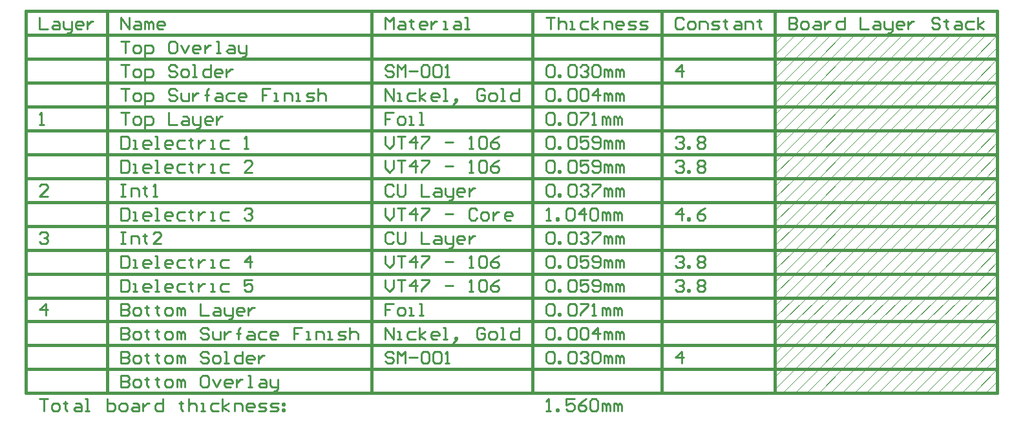
<source format=gbr>
%TF.GenerationSoftware,Altium Limited,Altium Designer,23.5.1 (21)*%
G04 Layer_Color=8388736*
%FSLAX45Y45*%
%MOMM*%
%TF.SameCoordinates,251D8D79-0CC1-4DB5-8A6B-B6CDDAA58204*%
%TF.FilePolarity,Positive*%
%TF.FileFunction,Other,Fab_Notes*%
%TF.Part,Single*%
G01*
G75*
%TA.AperFunction,NonConductor*%
%ADD55C,0.25400*%
%ADD66C,0.38100*%
%ADD67C,0.02540*%
D55*
X7141987Y9755503D02*
Y9599221D01*
X7246175D01*
X7324317Y9703409D02*
X7376411D01*
X7402458Y9677362D01*
Y9599221D01*
X7324317D01*
X7298270Y9625268D01*
X7324317Y9651315D01*
X7402458D01*
X7454552Y9703409D02*
Y9625268D01*
X7480599Y9599221D01*
X7558740D01*
Y9573174D01*
X7532693Y9547127D01*
X7506646D01*
X7558740Y9599221D02*
Y9703409D01*
X7688975Y9599221D02*
X7636881D01*
X7610834Y9625268D01*
Y9677362D01*
X7636881Y9703409D01*
X7688975D01*
X7715022Y9677362D01*
Y9651315D01*
X7610834D01*
X7767116Y9703409D02*
Y9599221D01*
Y9651315D01*
X7793163Y9677362D01*
X7819210Y9703409D01*
X7845257D01*
X7220129Y5847240D02*
Y6003522D01*
X7141987Y5925381D01*
X7246175D01*
X7141987Y6915470D02*
X7168034Y6941517D01*
X7220129D01*
X7246175Y6915470D01*
Y6889423D01*
X7220129Y6863376D01*
X7194082D01*
X7220129D01*
X7246175Y6837329D01*
Y6811282D01*
X7220129Y6785235D01*
X7168034D01*
X7141987Y6811282D01*
X7246175Y7410565D02*
X7141987D01*
X7246175Y7514753D01*
Y7540800D01*
X7220129Y7566847D01*
X7168034D01*
X7141987Y7540800D01*
Y8348560D02*
X7194082D01*
X7168034D01*
Y8504843D01*
X7141987Y8478796D01*
X8208722Y9599221D02*
Y9755503D01*
X8312910Y9599221D01*
Y9755503D01*
X8391052Y9703409D02*
X8443146D01*
X8469193Y9677362D01*
Y9599221D01*
X8391052D01*
X8365005Y9625268D01*
X8391052Y9651315D01*
X8469193D01*
X8521287Y9599221D02*
Y9703409D01*
X8547334D01*
X8573381Y9677362D01*
Y9599221D01*
Y9677362D01*
X8599428Y9703409D01*
X8625475Y9677362D01*
Y9599221D01*
X8755710D02*
X8703616D01*
X8677569Y9625268D01*
Y9677362D01*
X8703616Y9703409D01*
X8755710D01*
X8781757Y9677362D01*
Y9651315D01*
X8677569D01*
X8208722Y5065526D02*
Y4909244D01*
X8286864D01*
X8312910Y4935291D01*
Y4961338D01*
X8286864Y4987385D01*
X8208722D01*
X8286864D01*
X8312910Y5013432D01*
Y5039479D01*
X8286864Y5065526D01*
X8208722D01*
X8391052Y4909244D02*
X8443146D01*
X8469193Y4935291D01*
Y4987385D01*
X8443146Y5013432D01*
X8391052D01*
X8365005Y4987385D01*
Y4935291D01*
X8391052Y4909244D01*
X8547334Y5039479D02*
Y5013432D01*
X8521287D01*
X8573381D01*
X8547334D01*
Y4935291D01*
X8573381Y4909244D01*
X8677569Y5039479D02*
Y5013432D01*
X8651522D01*
X8703616D01*
X8677569D01*
Y4935291D01*
X8703616Y4909244D01*
X8807804D02*
X8859898D01*
X8885945Y4935291D01*
Y4987385D01*
X8859898Y5013432D01*
X8807804D01*
X8781757Y4987385D01*
Y4935291D01*
X8807804Y4909244D01*
X8938039D02*
Y5013432D01*
X8964086D01*
X8990133Y4987385D01*
Y4909244D01*
Y4987385D01*
X9016180Y5013432D01*
X9042227Y4987385D01*
Y4909244D01*
X9328745Y5065526D02*
X9276650D01*
X9250604Y5039479D01*
Y4935291D01*
X9276650Y4909244D01*
X9328745D01*
X9354792Y4935291D01*
Y5039479D01*
X9328745Y5065526D01*
X9406886Y5013432D02*
X9458980Y4909244D01*
X9511074Y5013432D01*
X9641309Y4909244D02*
X9589215D01*
X9563168Y4935291D01*
Y4987385D01*
X9589215Y5013432D01*
X9641309D01*
X9667356Y4987385D01*
Y4961338D01*
X9563168D01*
X9719450Y5013432D02*
Y4909244D01*
Y4961338D01*
X9745497Y4987385D01*
X9771544Y5013432D01*
X9797591D01*
X9875732Y4909244D02*
X9927826D01*
X9901779D01*
Y5065526D01*
X9875732D01*
X10032014Y5013432D02*
X10084108D01*
X10110155Y4987385D01*
Y4909244D01*
X10032014D01*
X10005967Y4935291D01*
X10032014Y4961338D01*
X10110155D01*
X10162249Y5013432D02*
Y4935291D01*
X10188296Y4909244D01*
X10266437D01*
Y4883197D01*
X10240390Y4857150D01*
X10214344D01*
X10266437Y4909244D02*
Y5013432D01*
X8208722Y5378191D02*
Y5221909D01*
X8286864D01*
X8312910Y5247956D01*
Y5274003D01*
X8286864Y5300050D01*
X8208722D01*
X8286864D01*
X8312910Y5326097D01*
Y5352144D01*
X8286864Y5378191D01*
X8208722D01*
X8391052Y5221909D02*
X8443146D01*
X8469193Y5247956D01*
Y5300050D01*
X8443146Y5326097D01*
X8391052D01*
X8365005Y5300050D01*
Y5247956D01*
X8391052Y5221909D01*
X8547334Y5352144D02*
Y5326097D01*
X8521287D01*
X8573381D01*
X8547334D01*
Y5247956D01*
X8573381Y5221909D01*
X8677569Y5352144D02*
Y5326097D01*
X8651522D01*
X8703616D01*
X8677569D01*
Y5247956D01*
X8703616Y5221909D01*
X8807804D02*
X8859898D01*
X8885945Y5247956D01*
Y5300050D01*
X8859898Y5326097D01*
X8807804D01*
X8781757Y5300050D01*
Y5247956D01*
X8807804Y5221909D01*
X8938039D02*
Y5326097D01*
X8964086D01*
X8990133Y5300050D01*
Y5221909D01*
Y5300050D01*
X9016180Y5326097D01*
X9042227Y5300050D01*
Y5221909D01*
X9354792Y5352144D02*
X9328745Y5378191D01*
X9276650D01*
X9250604Y5352144D01*
Y5326097D01*
X9276650Y5300050D01*
X9328745D01*
X9354792Y5274003D01*
Y5247956D01*
X9328745Y5221909D01*
X9276650D01*
X9250604Y5247956D01*
X9432933Y5221909D02*
X9485027D01*
X9511074Y5247956D01*
Y5300050D01*
X9485027Y5326097D01*
X9432933D01*
X9406886Y5300050D01*
Y5247956D01*
X9432933Y5221909D01*
X9563168D02*
X9615262D01*
X9589215D01*
Y5378191D01*
X9563168D01*
X9797591D02*
Y5221909D01*
X9719450D01*
X9693403Y5247956D01*
Y5300050D01*
X9719450Y5326097D01*
X9797591D01*
X9927826Y5221909D02*
X9875732D01*
X9849685Y5247956D01*
Y5300050D01*
X9875732Y5326097D01*
X9927826D01*
X9953873Y5300050D01*
Y5274003D01*
X9849685D01*
X10005967Y5326097D02*
Y5221909D01*
Y5274003D01*
X10032014Y5300050D01*
X10058061Y5326097D01*
X10084108D01*
X8208722Y5690857D02*
Y5534574D01*
X8286864D01*
X8312910Y5560621D01*
Y5586669D01*
X8286864Y5612715D01*
X8208722D01*
X8286864D01*
X8312910Y5638762D01*
Y5664810D01*
X8286864Y5690857D01*
X8208722D01*
X8391052Y5534574D02*
X8443146D01*
X8469193Y5560621D01*
Y5612715D01*
X8443146Y5638762D01*
X8391052D01*
X8365005Y5612715D01*
Y5560621D01*
X8391052Y5534574D01*
X8547334Y5664810D02*
Y5638762D01*
X8521287D01*
X8573381D01*
X8547334D01*
Y5560621D01*
X8573381Y5534574D01*
X8677569Y5664810D02*
Y5638762D01*
X8651522D01*
X8703616D01*
X8677569D01*
Y5560621D01*
X8703616Y5534574D01*
X8807804D02*
X8859898D01*
X8885945Y5560621D01*
Y5612715D01*
X8859898Y5638762D01*
X8807804D01*
X8781757Y5612715D01*
Y5560621D01*
X8807804Y5534574D01*
X8938039D02*
Y5638762D01*
X8964086D01*
X8990133Y5612715D01*
Y5534574D01*
Y5612715D01*
X9016180Y5638762D01*
X9042227Y5612715D01*
Y5534574D01*
X9354792Y5664810D02*
X9328745Y5690857D01*
X9276650D01*
X9250604Y5664810D01*
Y5638762D01*
X9276650Y5612715D01*
X9328745D01*
X9354792Y5586669D01*
Y5560621D01*
X9328745Y5534574D01*
X9276650D01*
X9250604Y5560621D01*
X9406886Y5638762D02*
Y5560621D01*
X9432933Y5534574D01*
X9511074D01*
Y5638762D01*
X9563168D02*
Y5534574D01*
Y5586669D01*
X9589215Y5612715D01*
X9615262Y5638762D01*
X9641309D01*
X9745497Y5534574D02*
Y5664810D01*
Y5612715D01*
X9719450D01*
X9771544D01*
X9745497D01*
Y5664810D01*
X9771544Y5690857D01*
X9875732Y5638762D02*
X9927826D01*
X9953873Y5612715D01*
Y5534574D01*
X9875732D01*
X9849685Y5560621D01*
X9875732Y5586669D01*
X9953873D01*
X10110155Y5638762D02*
X10032014D01*
X10005967Y5612715D01*
Y5560621D01*
X10032014Y5534574D01*
X10110155D01*
X10240390D02*
X10188296D01*
X10162249Y5560621D01*
Y5612715D01*
X10188296Y5638762D01*
X10240390D01*
X10266437Y5612715D01*
Y5586669D01*
X10162249D01*
X10579002Y5690857D02*
X10474814D01*
Y5612715D01*
X10526908D01*
X10474814D01*
Y5534574D01*
X10631096D02*
X10683190D01*
X10657143D01*
Y5638762D01*
X10631096D01*
X10761331Y5534574D02*
Y5638762D01*
X10839472D01*
X10865519Y5612715D01*
Y5534574D01*
X10917613D02*
X10969707D01*
X10943660D01*
Y5638762D01*
X10917613D01*
X11047848Y5534574D02*
X11125989D01*
X11152036Y5560621D01*
X11125989Y5586669D01*
X11073895D01*
X11047848Y5612715D01*
X11073895Y5638762D01*
X11152036D01*
X11204131Y5690857D02*
Y5534574D01*
Y5612715D01*
X11230177Y5638762D01*
X11282272D01*
X11308319Y5612715D01*
Y5534574D01*
X8208722Y6003522D02*
Y5847240D01*
X8286864D01*
X8312910Y5873286D01*
Y5899334D01*
X8286864Y5925381D01*
X8208722D01*
X8286864D01*
X8312910Y5951428D01*
Y5977475D01*
X8286864Y6003522D01*
X8208722D01*
X8391052Y5847240D02*
X8443146D01*
X8469193Y5873286D01*
Y5925381D01*
X8443146Y5951428D01*
X8391052D01*
X8365005Y5925381D01*
Y5873286D01*
X8391052Y5847240D01*
X8547334Y5977475D02*
Y5951428D01*
X8521287D01*
X8573381D01*
X8547334D01*
Y5873286D01*
X8573381Y5847240D01*
X8677569Y5977475D02*
Y5951428D01*
X8651522D01*
X8703616D01*
X8677569D01*
Y5873286D01*
X8703616Y5847240D01*
X8807804D02*
X8859898D01*
X8885945Y5873286D01*
Y5925381D01*
X8859898Y5951428D01*
X8807804D01*
X8781757Y5925381D01*
Y5873286D01*
X8807804Y5847240D01*
X8938039D02*
Y5951428D01*
X8964086D01*
X8990133Y5925381D01*
Y5847240D01*
Y5925381D01*
X9016180Y5951428D01*
X9042227Y5925381D01*
Y5847240D01*
X9250604Y6003522D02*
Y5847240D01*
X9354792D01*
X9432933Y5951428D02*
X9485027D01*
X9511074Y5925381D01*
Y5847240D01*
X9432933D01*
X9406886Y5873286D01*
X9432933Y5899334D01*
X9511074D01*
X9563168Y5951428D02*
Y5873286D01*
X9589215Y5847240D01*
X9667356D01*
Y5821193D01*
X9641309Y5795145D01*
X9615262D01*
X9667356Y5847240D02*
Y5951428D01*
X9797591Y5847240D02*
X9745497D01*
X9719450Y5873286D01*
Y5925381D01*
X9745497Y5951428D01*
X9797591D01*
X9823638Y5925381D01*
Y5899334D01*
X9719450D01*
X9875732Y5951428D02*
Y5847240D01*
Y5899334D01*
X9901779Y5925381D01*
X9927826Y5951428D01*
X9953873D01*
X8208722Y6316187D02*
Y6159905D01*
X8286864D01*
X8312910Y6185952D01*
Y6290140D01*
X8286864Y6316187D01*
X8208722D01*
X8365005Y6159905D02*
X8417099D01*
X8391052D01*
Y6264093D01*
X8365005D01*
X8573381Y6159905D02*
X8521287D01*
X8495240Y6185952D01*
Y6238046D01*
X8521287Y6264093D01*
X8573381D01*
X8599428Y6238046D01*
Y6211999D01*
X8495240D01*
X8651522Y6159905D02*
X8703616D01*
X8677569D01*
Y6316187D01*
X8651522D01*
X8859898Y6159905D02*
X8807804D01*
X8781757Y6185952D01*
Y6238046D01*
X8807804Y6264093D01*
X8859898D01*
X8885945Y6238046D01*
Y6211999D01*
X8781757D01*
X9042227Y6264093D02*
X8964086D01*
X8938039Y6238046D01*
Y6185952D01*
X8964086Y6159905D01*
X9042227D01*
X9120368Y6290140D02*
Y6264093D01*
X9094321D01*
X9146416D01*
X9120368D01*
Y6185952D01*
X9146416Y6159905D01*
X9224557Y6264093D02*
Y6159905D01*
Y6211999D01*
X9250604Y6238046D01*
X9276651Y6264093D01*
X9302698D01*
X9380839Y6159905D02*
X9432933D01*
X9406886D01*
Y6264093D01*
X9380839D01*
X9615262D02*
X9537121D01*
X9511074Y6238046D01*
Y6185952D01*
X9537121Y6159905D01*
X9615262D01*
X9927826Y6316187D02*
X9823638D01*
Y6238046D01*
X9875732Y6264093D01*
X9901779D01*
X9927826Y6238046D01*
Y6185952D01*
X9901779Y6159905D01*
X9849685D01*
X9823638Y6185952D01*
X8208722Y6628852D02*
Y6472570D01*
X8286864D01*
X8312910Y6498617D01*
Y6602805D01*
X8286864Y6628852D01*
X8208722D01*
X8365005Y6472570D02*
X8417099D01*
X8391052D01*
Y6576758D01*
X8365005D01*
X8573381Y6472570D02*
X8521287D01*
X8495240Y6498617D01*
Y6550711D01*
X8521287Y6576758D01*
X8573381D01*
X8599428Y6550711D01*
Y6524664D01*
X8495240D01*
X8651522Y6472570D02*
X8703616D01*
X8677569D01*
Y6628852D01*
X8651522D01*
X8859898Y6472570D02*
X8807804D01*
X8781757Y6498617D01*
Y6550711D01*
X8807804Y6576758D01*
X8859898D01*
X8885945Y6550711D01*
Y6524664D01*
X8781757D01*
X9042227Y6576758D02*
X8964086D01*
X8938039Y6550711D01*
Y6498617D01*
X8964086Y6472570D01*
X9042227D01*
X9120368Y6602805D02*
Y6576758D01*
X9094321D01*
X9146416D01*
X9120368D01*
Y6498617D01*
X9146416Y6472570D01*
X9224557Y6576758D02*
Y6472570D01*
Y6524664D01*
X9250604Y6550711D01*
X9276651Y6576758D01*
X9302698D01*
X9380839Y6472570D02*
X9432933D01*
X9406886D01*
Y6576758D01*
X9380839D01*
X9615262D02*
X9537121D01*
X9511074Y6550711D01*
Y6498617D01*
X9537121Y6472570D01*
X9615262D01*
X9901779D02*
Y6628852D01*
X9823638Y6550711D01*
X9927826D01*
X8208722Y6941517D02*
X8260817D01*
X8234769D01*
Y6785235D01*
X8208722D01*
X8260817D01*
X8338958D02*
Y6889423D01*
X8417099D01*
X8443146Y6863376D01*
Y6785235D01*
X8521287Y6915470D02*
Y6889423D01*
X8495240D01*
X8547334D01*
X8521287D01*
Y6811282D01*
X8547334Y6785235D01*
X8729663D02*
X8625475D01*
X8729663Y6889423D01*
Y6915470D01*
X8703616Y6941517D01*
X8651522D01*
X8625475Y6915470D01*
X8208722Y7254182D02*
Y7097900D01*
X8286864D01*
X8312910Y7123947D01*
Y7228135D01*
X8286864Y7254182D01*
X8208722D01*
X8365005Y7097900D02*
X8417099D01*
X8391052D01*
Y7202088D01*
X8365005D01*
X8573381Y7097900D02*
X8521287D01*
X8495240Y7123947D01*
Y7176041D01*
X8521287Y7202088D01*
X8573381D01*
X8599428Y7176041D01*
Y7149994D01*
X8495240D01*
X8651522Y7097900D02*
X8703616D01*
X8677569D01*
Y7254182D01*
X8651522D01*
X8859898Y7097900D02*
X8807804D01*
X8781757Y7123947D01*
Y7176041D01*
X8807804Y7202088D01*
X8859898D01*
X8885945Y7176041D01*
Y7149994D01*
X8781757D01*
X9042227Y7202088D02*
X8964086D01*
X8938039Y7176041D01*
Y7123947D01*
X8964086Y7097900D01*
X9042227D01*
X9120368Y7228135D02*
Y7202088D01*
X9094321D01*
X9146416D01*
X9120368D01*
Y7123947D01*
X9146416Y7097900D01*
X9224557Y7202088D02*
Y7097900D01*
Y7149994D01*
X9250604Y7176041D01*
X9276651Y7202088D01*
X9302698D01*
X9380839Y7097900D02*
X9432933D01*
X9406886D01*
Y7202088D01*
X9380839D01*
X9615262D02*
X9537121D01*
X9511074Y7176041D01*
Y7123947D01*
X9537121Y7097900D01*
X9615262D01*
X9823638Y7228135D02*
X9849685Y7254182D01*
X9901779D01*
X9927826Y7228135D01*
Y7202088D01*
X9901779Y7176041D01*
X9875732D01*
X9901779D01*
X9927826Y7149994D01*
Y7123947D01*
X9901779Y7097900D01*
X9849685D01*
X9823638Y7123947D01*
X8208722Y7566847D02*
X8260817D01*
X8234769D01*
Y7410565D01*
X8208722D01*
X8260817D01*
X8338958D02*
Y7514753D01*
X8417099D01*
X8443146Y7488706D01*
Y7410565D01*
X8521287Y7540800D02*
Y7514753D01*
X8495240D01*
X8547334D01*
X8521287D01*
Y7436612D01*
X8547334Y7410565D01*
X8625475D02*
X8677569D01*
X8651522D01*
Y7566847D01*
X8625475Y7540800D01*
X8208722Y7879512D02*
Y7723230D01*
X8286864D01*
X8312910Y7749277D01*
Y7853465D01*
X8286864Y7879512D01*
X8208722D01*
X8365005Y7723230D02*
X8417099D01*
X8391052D01*
Y7827418D01*
X8365005D01*
X8573381Y7723230D02*
X8521287D01*
X8495240Y7749277D01*
Y7801371D01*
X8521287Y7827418D01*
X8573381D01*
X8599428Y7801371D01*
Y7775324D01*
X8495240D01*
X8651522Y7723230D02*
X8703616D01*
X8677569D01*
Y7879512D01*
X8651522D01*
X8859898Y7723230D02*
X8807804D01*
X8781757Y7749277D01*
Y7801371D01*
X8807804Y7827418D01*
X8859898D01*
X8885945Y7801371D01*
Y7775324D01*
X8781757D01*
X9042227Y7827418D02*
X8964086D01*
X8938039Y7801371D01*
Y7749277D01*
X8964086Y7723230D01*
X9042227D01*
X9120368Y7853465D02*
Y7827418D01*
X9094321D01*
X9146416D01*
X9120368D01*
Y7749277D01*
X9146416Y7723230D01*
X9224557Y7827418D02*
Y7723230D01*
Y7775324D01*
X9250604Y7801371D01*
X9276651Y7827418D01*
X9302698D01*
X9380839Y7723230D02*
X9432933D01*
X9406886D01*
Y7827418D01*
X9380839D01*
X9615262D02*
X9537121D01*
X9511074Y7801371D01*
Y7749277D01*
X9537121Y7723230D01*
X9615262D01*
X9927826D02*
X9823638D01*
X9927826Y7827418D01*
Y7853465D01*
X9901779Y7879512D01*
X9849685D01*
X9823638Y7853465D01*
X8208722Y8192177D02*
Y8035895D01*
X8286864D01*
X8312910Y8061942D01*
Y8166130D01*
X8286864Y8192177D01*
X8208722D01*
X8365005Y8035895D02*
X8417099D01*
X8391052D01*
Y8140083D01*
X8365005D01*
X8573381Y8035895D02*
X8521287D01*
X8495240Y8061942D01*
Y8114036D01*
X8521287Y8140083D01*
X8573381D01*
X8599428Y8114036D01*
Y8087989D01*
X8495240D01*
X8651522Y8035895D02*
X8703616D01*
X8677569D01*
Y8192177D01*
X8651522D01*
X8859898Y8035895D02*
X8807804D01*
X8781757Y8061942D01*
Y8114036D01*
X8807804Y8140083D01*
X8859898D01*
X8885945Y8114036D01*
Y8087989D01*
X8781757D01*
X9042227Y8140083D02*
X8964086D01*
X8938039Y8114036D01*
Y8061942D01*
X8964086Y8035895D01*
X9042227D01*
X9120368Y8166130D02*
Y8140083D01*
X9094321D01*
X9146416D01*
X9120368D01*
Y8061942D01*
X9146416Y8035895D01*
X9224557Y8140083D02*
Y8035895D01*
Y8087989D01*
X9250604Y8114036D01*
X9276651Y8140083D01*
X9302698D01*
X9380839Y8035895D02*
X9432933D01*
X9406886D01*
Y8140083D01*
X9380839D01*
X9615262D02*
X9537121D01*
X9511074Y8114036D01*
Y8061942D01*
X9537121Y8035895D01*
X9615262D01*
X9823638D02*
X9875732D01*
X9849685D01*
Y8192177D01*
X9823638Y8166130D01*
X8208722Y8504843D02*
X8312910D01*
X8260817D01*
Y8348560D01*
X8391052D02*
X8443146D01*
X8469193Y8374607D01*
Y8426701D01*
X8443146Y8452748D01*
X8391052D01*
X8365005Y8426701D01*
Y8374607D01*
X8391052Y8348560D01*
X8521287Y8296466D02*
Y8452748D01*
X8599428D01*
X8625475Y8426701D01*
Y8374607D01*
X8599428Y8348560D01*
X8521287D01*
X8833851Y8504843D02*
Y8348560D01*
X8938039D01*
X9016180Y8452748D02*
X9068274D01*
X9094321Y8426701D01*
Y8348560D01*
X9016180D01*
X8990133Y8374607D01*
X9016180Y8400655D01*
X9094321D01*
X9146415Y8452748D02*
Y8374607D01*
X9172462Y8348560D01*
X9250603D01*
Y8322513D01*
X9224556Y8296466D01*
X9198509D01*
X9250603Y8348560D02*
Y8452748D01*
X9380838Y8348560D02*
X9328744D01*
X9302697Y8374607D01*
Y8426701D01*
X9328744Y8452748D01*
X9380838D01*
X9406885Y8426701D01*
Y8400655D01*
X9302697D01*
X9458980Y8452748D02*
Y8348560D01*
Y8400655D01*
X9485026Y8426701D01*
X9511074Y8452748D01*
X9537121D01*
X8208722Y8817508D02*
X8312910D01*
X8260817D01*
Y8661226D01*
X8391052D02*
X8443146D01*
X8469193Y8687272D01*
Y8739367D01*
X8443146Y8765414D01*
X8391052D01*
X8365005Y8739367D01*
Y8687272D01*
X8391052Y8661226D01*
X8521287Y8609131D02*
Y8765414D01*
X8599428D01*
X8625475Y8739367D01*
Y8687272D01*
X8599428Y8661226D01*
X8521287D01*
X8938039Y8791461D02*
X8911992Y8817508D01*
X8859898D01*
X8833851Y8791461D01*
Y8765414D01*
X8859898Y8739367D01*
X8911992D01*
X8938039Y8713320D01*
Y8687272D01*
X8911992Y8661226D01*
X8859898D01*
X8833851Y8687272D01*
X8990133Y8765414D02*
Y8687272D01*
X9016180Y8661226D01*
X9094321D01*
Y8765414D01*
X9146415D02*
Y8661226D01*
Y8713320D01*
X9172462Y8739367D01*
X9198509Y8765414D01*
X9224556D01*
X9328744Y8661226D02*
Y8791461D01*
Y8739367D01*
X9302697D01*
X9354792D01*
X9328744D01*
Y8791461D01*
X9354792Y8817508D01*
X9458980Y8765414D02*
X9511074D01*
X9537121Y8739367D01*
Y8661226D01*
X9458980D01*
X9432933Y8687272D01*
X9458980Y8713320D01*
X9537121D01*
X9693403Y8765414D02*
X9615262D01*
X9589215Y8739367D01*
Y8687272D01*
X9615262Y8661226D01*
X9693403D01*
X9823638D02*
X9771544D01*
X9745497Y8687272D01*
Y8739367D01*
X9771544Y8765414D01*
X9823638D01*
X9849685Y8739367D01*
Y8713320D01*
X9745497D01*
X10162249Y8817508D02*
X10058061D01*
Y8739367D01*
X10110155D01*
X10058061D01*
Y8661226D01*
X10214343D02*
X10266437D01*
X10240390D01*
Y8765414D01*
X10214343D01*
X10344578Y8661226D02*
Y8765414D01*
X10422720D01*
X10448767Y8739367D01*
Y8661226D01*
X10500861D02*
X10552955D01*
X10526908D01*
Y8765414D01*
X10500861D01*
X10631096Y8661226D02*
X10709237D01*
X10735284Y8687272D01*
X10709237Y8713320D01*
X10657143D01*
X10631096Y8739367D01*
X10657143Y8765414D01*
X10735284D01*
X10787378Y8817508D02*
Y8661226D01*
Y8739367D01*
X10813425Y8765414D01*
X10865519D01*
X10891566Y8739367D01*
Y8661226D01*
X8208722Y9130173D02*
X8312910D01*
X8260817D01*
Y8973891D01*
X8391052D02*
X8443146D01*
X8469193Y8999938D01*
Y9052032D01*
X8443146Y9078079D01*
X8391052D01*
X8365005Y9052032D01*
Y8999938D01*
X8391052Y8973891D01*
X8521287Y8921796D02*
Y9078079D01*
X8599428D01*
X8625475Y9052032D01*
Y8999938D01*
X8599428Y8973891D01*
X8521287D01*
X8938039Y9104126D02*
X8911992Y9130173D01*
X8859898D01*
X8833851Y9104126D01*
Y9078079D01*
X8859898Y9052032D01*
X8911992D01*
X8938039Y9025985D01*
Y8999938D01*
X8911992Y8973891D01*
X8859898D01*
X8833851Y8999938D01*
X9016180Y8973891D02*
X9068274D01*
X9094321Y8999938D01*
Y9052032D01*
X9068274Y9078079D01*
X9016180D01*
X8990133Y9052032D01*
Y8999938D01*
X9016180Y8973891D01*
X9146415D02*
X9198509D01*
X9172462D01*
Y9130173D01*
X9146415D01*
X9380838D02*
Y8973891D01*
X9302697D01*
X9276650Y8999938D01*
Y9052032D01*
X9302697Y9078079D01*
X9380838D01*
X9511074Y8973891D02*
X9458980D01*
X9432933Y8999938D01*
Y9052032D01*
X9458980Y9078079D01*
X9511074D01*
X9537121Y9052032D01*
Y9025985D01*
X9432933D01*
X9589215Y9078079D02*
Y8973891D01*
Y9025985D01*
X9615262Y9052032D01*
X9641309Y9078079D01*
X9667356D01*
X8208722Y9442838D02*
X8312910D01*
X8260817D01*
Y9286556D01*
X8391052D02*
X8443146D01*
X8469193Y9312603D01*
Y9364697D01*
X8443146Y9390744D01*
X8391052D01*
X8365005Y9364697D01*
Y9312603D01*
X8391052Y9286556D01*
X8521287Y9234462D02*
Y9390744D01*
X8599428D01*
X8625475Y9364697D01*
Y9312603D01*
X8599428Y9286556D01*
X8521287D01*
X8911992Y9442838D02*
X8859898D01*
X8833851Y9416791D01*
Y9312603D01*
X8859898Y9286556D01*
X8911992D01*
X8938039Y9312603D01*
Y9416791D01*
X8911992Y9442838D01*
X8990133Y9390744D02*
X9042227Y9286556D01*
X9094321Y9390744D01*
X9224556Y9286556D02*
X9172462D01*
X9146415Y9312603D01*
Y9364697D01*
X9172462Y9390744D01*
X9224556D01*
X9250603Y9364697D01*
Y9338650D01*
X9146415D01*
X9302697Y9390744D02*
Y9286556D01*
Y9338650D01*
X9328744Y9364697D01*
X9354792Y9390744D01*
X9380838D01*
X9458980Y9286556D02*
X9511074D01*
X9485026D01*
Y9442838D01*
X9458980D01*
X9615262Y9390744D02*
X9667356D01*
X9693403Y9364697D01*
Y9286556D01*
X9615262D01*
X9589215Y9312603D01*
X9615262Y9338650D01*
X9693403D01*
X9745497Y9390744D02*
Y9312603D01*
X9771544Y9286556D01*
X9849685D01*
Y9260509D01*
X9823638Y9234462D01*
X9797591D01*
X9849685Y9286556D02*
Y9390744D01*
X11671784Y9599221D02*
Y9755503D01*
X11723878Y9703409D01*
X11775972Y9755503D01*
Y9599221D01*
X11854113Y9703409D02*
X11906207D01*
X11932254Y9677362D01*
Y9599221D01*
X11854113D01*
X11828066Y9625268D01*
X11854113Y9651315D01*
X11932254D01*
X12010395Y9729456D02*
Y9703409D01*
X11984348D01*
X12036442D01*
X12010395D01*
Y9625268D01*
X12036442Y9599221D01*
X12192724D02*
X12140630D01*
X12114583Y9625268D01*
Y9677362D01*
X12140630Y9703409D01*
X12192724D01*
X12218771Y9677362D01*
Y9651315D01*
X12114583D01*
X12270865Y9703409D02*
Y9599221D01*
Y9651315D01*
X12296912Y9677362D01*
X12322960Y9703409D01*
X12349007D01*
X12427148Y9599221D02*
X12479242D01*
X12453195D01*
Y9703409D01*
X12427148D01*
X12583430D02*
X12635524D01*
X12661571Y9677362D01*
Y9599221D01*
X12583430D01*
X12557383Y9625268D01*
X12583430Y9651315D01*
X12661571D01*
X12713665Y9599221D02*
X12765759D01*
X12739712D01*
Y9755503D01*
X12713665D01*
X11775972Y5352144D02*
X11749925Y5378191D01*
X11697831D01*
X11671784Y5352144D01*
Y5326097D01*
X11697831Y5300050D01*
X11749925D01*
X11775972Y5274003D01*
Y5247956D01*
X11749925Y5221909D01*
X11697831D01*
X11671784Y5247956D01*
X11828066Y5221909D02*
Y5378191D01*
X11880160Y5326097D01*
X11932254Y5378191D01*
Y5221909D01*
X11984348Y5300050D02*
X12088536D01*
X12140630Y5352144D02*
X12166677Y5378191D01*
X12218771D01*
X12244818Y5352144D01*
Y5247956D01*
X12218771Y5221909D01*
X12166677D01*
X12140630Y5247956D01*
Y5352144D01*
X12296912D02*
X12322959Y5378191D01*
X12375053D01*
X12401100Y5352144D01*
Y5247956D01*
X12375053Y5221909D01*
X12322959D01*
X12296912Y5247956D01*
Y5352144D01*
X12453195Y5221909D02*
X12505289D01*
X12479241D01*
Y5378191D01*
X12453195Y5352144D01*
X11671784Y5534574D02*
Y5690857D01*
X11775972Y5534574D01*
Y5690857D01*
X11828066Y5534574D02*
X11880160D01*
X11854113D01*
Y5638762D01*
X11828066D01*
X12062489D02*
X11984348D01*
X11958301Y5612715D01*
Y5560621D01*
X11984348Y5534574D01*
X12062489D01*
X12114583D02*
Y5690857D01*
Y5586669D02*
X12192724Y5638762D01*
X12114583Y5586669D02*
X12192724Y5534574D01*
X12349007D02*
X12296912D01*
X12270865Y5560621D01*
Y5612715D01*
X12296912Y5638762D01*
X12349007D01*
X12375053Y5612715D01*
Y5586669D01*
X12270865D01*
X12427148Y5534574D02*
X12479242D01*
X12453195D01*
Y5690857D01*
X12427148D01*
X12583430Y5508527D02*
X12609477Y5534574D01*
Y5560621D01*
X12583430D01*
Y5534574D01*
X12609477D01*
X12583430Y5508527D01*
X12557383Y5482480D01*
X12974135Y5664810D02*
X12948088Y5690857D01*
X12895995D01*
X12869946Y5664810D01*
Y5560621D01*
X12895995Y5534574D01*
X12948088D01*
X12974135Y5560621D01*
Y5612715D01*
X12922041D01*
X13052277Y5534574D02*
X13104370D01*
X13130417Y5560621D01*
Y5612715D01*
X13104370Y5638762D01*
X13052277D01*
X13026228Y5612715D01*
Y5560621D01*
X13052277Y5534574D01*
X13182510D02*
X13234605D01*
X13208559D01*
Y5690857D01*
X13182510D01*
X13416936D02*
Y5534574D01*
X13338792D01*
X13312747Y5560621D01*
Y5612715D01*
X13338792Y5638762D01*
X13416936D01*
X11775972Y6003522D02*
X11671784D01*
Y5925381D01*
X11723878D01*
X11671784D01*
Y5847240D01*
X11854113D02*
X11906207D01*
X11932254Y5873286D01*
Y5925381D01*
X11906207Y5951428D01*
X11854113D01*
X11828066Y5925381D01*
Y5873286D01*
X11854113Y5847240D01*
X11984348D02*
X12036442D01*
X12010395D01*
Y5951428D01*
X11984348D01*
X12114583Y5847240D02*
X12166677D01*
X12140630D01*
Y6003522D01*
X12114583D01*
X11671784Y6316187D02*
Y6211999D01*
X11723878Y6159905D01*
X11775972Y6211999D01*
Y6316187D01*
X11828066D02*
X11932254D01*
X11880160D01*
Y6159905D01*
X12062489D02*
Y6316187D01*
X11984348Y6238046D01*
X12088536D01*
X12140630Y6316187D02*
X12244818D01*
Y6290140D01*
X12140630Y6185952D01*
Y6159905D01*
X12453195Y6238046D02*
X12557383D01*
X12765759Y6159905D02*
X12817853D01*
X12791806D01*
Y6316187D01*
X12765759Y6290140D01*
X12895995D02*
X12922041Y6316187D01*
X12974135D01*
X13000182Y6290140D01*
Y6185952D01*
X12974135Y6159905D01*
X12922041D01*
X12895995Y6185952D01*
Y6290140D01*
X13156464Y6316187D02*
X13104370Y6290140D01*
X13052277Y6238046D01*
Y6185952D01*
X13078323Y6159905D01*
X13130417D01*
X13156464Y6185952D01*
Y6211999D01*
X13130417Y6238046D01*
X13052277D01*
X11671784Y6628852D02*
Y6524664D01*
X11723878Y6472570D01*
X11775972Y6524664D01*
Y6628852D01*
X11828066D02*
X11932254D01*
X11880160D01*
Y6472570D01*
X12062489D02*
Y6628852D01*
X11984348Y6550711D01*
X12088536D01*
X12140630Y6628852D02*
X12244818D01*
Y6602805D01*
X12140630Y6498617D01*
Y6472570D01*
X12453195Y6550711D02*
X12557383D01*
X12765759Y6472570D02*
X12817853D01*
X12791806D01*
Y6628852D01*
X12765759Y6602805D01*
X12895995D02*
X12922041Y6628852D01*
X12974135D01*
X13000182Y6602805D01*
Y6498617D01*
X12974135Y6472570D01*
X12922041D01*
X12895995Y6498617D01*
Y6602805D01*
X13156464Y6628852D02*
X13104370Y6602805D01*
X13052277Y6550711D01*
Y6498617D01*
X13078323Y6472570D01*
X13130417D01*
X13156464Y6498617D01*
Y6524664D01*
X13130417Y6550711D01*
X13052277D01*
X11775972Y6915470D02*
X11749925Y6941517D01*
X11697831D01*
X11671784Y6915470D01*
Y6811282D01*
X11697831Y6785235D01*
X11749925D01*
X11775972Y6811282D01*
X11828066Y6941517D02*
Y6811282D01*
X11854113Y6785235D01*
X11906207D01*
X11932254Y6811282D01*
Y6941517D01*
X12140630D02*
Y6785235D01*
X12244818D01*
X12322959Y6889423D02*
X12375053D01*
X12401100Y6863376D01*
Y6785235D01*
X12322959D01*
X12296912Y6811282D01*
X12322959Y6837329D01*
X12401100D01*
X12453195Y6889423D02*
Y6811282D01*
X12479241Y6785235D01*
X12557383D01*
Y6759188D01*
X12531336Y6733141D01*
X12505289D01*
X12557383Y6785235D02*
Y6889423D01*
X12687618Y6785235D02*
X12635524D01*
X12609477Y6811282D01*
Y6863376D01*
X12635524Y6889423D01*
X12687618D01*
X12713665Y6863376D01*
Y6837329D01*
X12609477D01*
X12765759Y6889423D02*
Y6785235D01*
Y6837329D01*
X12791806Y6863376D01*
X12817853Y6889423D01*
X12843900D01*
X11671784Y7254182D02*
Y7149994D01*
X11723878Y7097900D01*
X11775972Y7149994D01*
Y7254182D01*
X11828066D02*
X11932254D01*
X11880160D01*
Y7097900D01*
X12062489D02*
Y7254182D01*
X11984348Y7176041D01*
X12088536D01*
X12140630Y7254182D02*
X12244818D01*
Y7228135D01*
X12140630Y7123947D01*
Y7097900D01*
X12453195Y7176041D02*
X12557383D01*
X12869946Y7228135D02*
X12843900Y7254182D01*
X12791806D01*
X12765759Y7228135D01*
Y7123947D01*
X12791806Y7097900D01*
X12843900D01*
X12869946Y7123947D01*
X12948088Y7097900D02*
X13000182D01*
X13026228Y7123947D01*
Y7176041D01*
X13000182Y7202088D01*
X12948088D01*
X12922041Y7176041D01*
Y7123947D01*
X12948088Y7097900D01*
X13078323Y7202088D02*
Y7097900D01*
Y7149994D01*
X13104370Y7176041D01*
X13130417Y7202088D01*
X13156464D01*
X13312746Y7097900D02*
X13260652D01*
X13234605Y7123947D01*
Y7176041D01*
X13260652Y7202088D01*
X13312746D01*
X13338792Y7176041D01*
Y7149994D01*
X13234605D01*
X11775972Y7540800D02*
X11749925Y7566847D01*
X11697831D01*
X11671784Y7540800D01*
Y7436612D01*
X11697831Y7410565D01*
X11749925D01*
X11775972Y7436612D01*
X11828066Y7566847D02*
Y7436612D01*
X11854113Y7410565D01*
X11906207D01*
X11932254Y7436612D01*
Y7566847D01*
X12140630D02*
Y7410565D01*
X12244818D01*
X12322959Y7514753D02*
X12375053D01*
X12401100Y7488706D01*
Y7410565D01*
X12322959D01*
X12296912Y7436612D01*
X12322959Y7462659D01*
X12401100D01*
X12453195Y7514753D02*
Y7436612D01*
X12479241Y7410565D01*
X12557383D01*
Y7384518D01*
X12531336Y7358471D01*
X12505289D01*
X12557383Y7410565D02*
Y7514753D01*
X12687618Y7410565D02*
X12635524D01*
X12609477Y7436612D01*
Y7488706D01*
X12635524Y7514753D01*
X12687618D01*
X12713665Y7488706D01*
Y7462659D01*
X12609477D01*
X12765759Y7514753D02*
Y7410565D01*
Y7462659D01*
X12791806Y7488706D01*
X12817853Y7514753D01*
X12843900D01*
X11671784Y7879512D02*
Y7775324D01*
X11723878Y7723230D01*
X11775972Y7775324D01*
Y7879512D01*
X11828066D02*
X11932254D01*
X11880160D01*
Y7723230D01*
X12062489D02*
Y7879512D01*
X11984348Y7801371D01*
X12088536D01*
X12140630Y7879512D02*
X12244818D01*
Y7853465D01*
X12140630Y7749277D01*
Y7723230D01*
X12453195Y7801371D02*
X12557383D01*
X12765759Y7723230D02*
X12817853D01*
X12791806D01*
Y7879512D01*
X12765759Y7853465D01*
X12895995D02*
X12922041Y7879512D01*
X12974135D01*
X13000182Y7853465D01*
Y7749277D01*
X12974135Y7723230D01*
X12922041D01*
X12895995Y7749277D01*
Y7853465D01*
X13156464Y7879512D02*
X13104370Y7853465D01*
X13052277Y7801371D01*
Y7749277D01*
X13078323Y7723230D01*
X13130417D01*
X13156464Y7749277D01*
Y7775324D01*
X13130417Y7801371D01*
X13052277D01*
X11671784Y8192177D02*
Y8087989D01*
X11723878Y8035895D01*
X11775972Y8087989D01*
Y8192177D01*
X11828066D02*
X11932254D01*
X11880160D01*
Y8035895D01*
X12062489D02*
Y8192177D01*
X11984348Y8114036D01*
X12088536D01*
X12140630Y8192177D02*
X12244818D01*
Y8166130D01*
X12140630Y8061942D01*
Y8035895D01*
X12453195Y8114036D02*
X12557383D01*
X12765759Y8035895D02*
X12817853D01*
X12791806D01*
Y8192177D01*
X12765759Y8166130D01*
X12895995D02*
X12922041Y8192177D01*
X12974135D01*
X13000182Y8166130D01*
Y8061942D01*
X12974135Y8035895D01*
X12922041D01*
X12895995Y8061942D01*
Y8166130D01*
X13156464Y8192177D02*
X13104370Y8166130D01*
X13052277Y8114036D01*
Y8061942D01*
X13078323Y8035895D01*
X13130417D01*
X13156464Y8061942D01*
Y8087989D01*
X13130417Y8114036D01*
X13052277D01*
X11775972Y8504843D02*
X11671784D01*
Y8426701D01*
X11723878D01*
X11671784D01*
Y8348560D01*
X11854113D02*
X11906207D01*
X11932254Y8374607D01*
Y8426701D01*
X11906207Y8452748D01*
X11854113D01*
X11828066Y8426701D01*
Y8374607D01*
X11854113Y8348560D01*
X11984348D02*
X12036442D01*
X12010395D01*
Y8452748D01*
X11984348D01*
X12114583Y8348560D02*
X12166677D01*
X12140630D01*
Y8504843D01*
X12114583D01*
X11671784Y8661226D02*
Y8817508D01*
X11775972Y8661226D01*
Y8817508D01*
X11828066Y8661226D02*
X11880160D01*
X11854113D01*
Y8765414D01*
X11828066D01*
X12062489D02*
X11984348D01*
X11958301Y8739367D01*
Y8687272D01*
X11984348Y8661226D01*
X12062489D01*
X12114583D02*
Y8817508D01*
Y8713320D02*
X12192724Y8765414D01*
X12114583Y8713320D02*
X12192724Y8661226D01*
X12349007D02*
X12296912D01*
X12270865Y8687272D01*
Y8739367D01*
X12296912Y8765414D01*
X12349007D01*
X12375053Y8739367D01*
Y8713320D01*
X12270865D01*
X12427148Y8661226D02*
X12479242D01*
X12453195D01*
Y8817508D01*
X12427148D01*
X12583430Y8635179D02*
X12609477Y8661226D01*
Y8687272D01*
X12583430D01*
Y8661226D01*
X12609477D01*
X12583430Y8635179D01*
X12557383Y8609131D01*
X12974135Y8791461D02*
X12948088Y8817508D01*
X12895995D01*
X12869946Y8791461D01*
Y8687272D01*
X12895995Y8661226D01*
X12948088D01*
X12974135Y8687272D01*
Y8739367D01*
X12922041D01*
X13052277Y8661226D02*
X13104370D01*
X13130417Y8687272D01*
Y8739367D01*
X13104370Y8765414D01*
X13052277D01*
X13026228Y8739367D01*
Y8687272D01*
X13052277Y8661226D01*
X13182510D02*
X13234605D01*
X13208559D01*
Y8817508D01*
X13182510D01*
X13416936D02*
Y8661226D01*
X13338792D01*
X13312747Y8687272D01*
Y8739367D01*
X13338792Y8765414D01*
X13416936D01*
X11775972Y9104126D02*
X11749925Y9130173D01*
X11697831D01*
X11671784Y9104126D01*
Y9078079D01*
X11697831Y9052032D01*
X11749925D01*
X11775972Y9025985D01*
Y8999938D01*
X11749925Y8973891D01*
X11697831D01*
X11671784Y8999938D01*
X11828066Y8973891D02*
Y9130173D01*
X11880160Y9078079D01*
X11932254Y9130173D01*
Y8973891D01*
X11984348Y9052032D02*
X12088536D01*
X12140630Y9104126D02*
X12166677Y9130173D01*
X12218771D01*
X12244818Y9104126D01*
Y8999938D01*
X12218771Y8973891D01*
X12166677D01*
X12140630Y8999938D01*
Y9104126D01*
X12296912D02*
X12322959Y9130173D01*
X12375053D01*
X12401100Y9104126D01*
Y8999938D01*
X12375053Y8973891D01*
X12322959D01*
X12296912Y8999938D01*
Y9104126D01*
X12453195Y8973891D02*
X12505289D01*
X12479241D01*
Y9130173D01*
X12453195Y9104126D01*
X13780400Y9755503D02*
X13884589D01*
X13832494D01*
Y9599221D01*
X13936682Y9755503D02*
Y9599221D01*
Y9677362D01*
X13962729Y9703409D01*
X14014822D01*
X14040871Y9677362D01*
Y9599221D01*
X14092964D02*
X14145058D01*
X14119011D01*
Y9703409D01*
X14092964D01*
X14327386D02*
X14249246D01*
X14223199Y9677362D01*
Y9625268D01*
X14249246Y9599221D01*
X14327386D01*
X14379482D02*
Y9755503D01*
Y9651315D02*
X14457623Y9703409D01*
X14379482Y9651315D02*
X14457623Y9599221D01*
X14535764D02*
Y9703409D01*
X14613905D01*
X14639952Y9677362D01*
Y9599221D01*
X14770187D02*
X14718092D01*
X14692046Y9625268D01*
Y9677362D01*
X14718092Y9703409D01*
X14770187D01*
X14796234Y9677362D01*
Y9651315D01*
X14692046D01*
X14848328Y9599221D02*
X14926469D01*
X14952516Y9625268D01*
X14926469Y9651315D01*
X14874374D01*
X14848328Y9677362D01*
X14874374Y9703409D01*
X14952516D01*
X15004610Y9599221D02*
X15082751D01*
X15108798Y9625268D01*
X15082751Y9651315D01*
X15030656D01*
X15004610Y9677362D01*
X15030656Y9703409D01*
X15108798D01*
X13780400Y5352144D02*
X13806447Y5378191D01*
X13858540D01*
X13884589Y5352144D01*
Y5247956D01*
X13858540Y5221909D01*
X13806447D01*
X13780400Y5247956D01*
Y5352144D01*
X13936682Y5221909D02*
Y5247956D01*
X13962729D01*
Y5221909D01*
X13936682D01*
X14066917Y5352144D02*
X14092964Y5378191D01*
X14145058D01*
X14171104Y5352144D01*
Y5247956D01*
X14145058Y5221909D01*
X14092964D01*
X14066917Y5247956D01*
Y5352144D01*
X14223199D02*
X14249246Y5378191D01*
X14301340D01*
X14327386Y5352144D01*
Y5326097D01*
X14301340Y5300050D01*
X14275294D01*
X14301340D01*
X14327386Y5274003D01*
Y5247956D01*
X14301340Y5221909D01*
X14249246D01*
X14223199Y5247956D01*
X14379482Y5352144D02*
X14405528Y5378191D01*
X14457623D01*
X14483670Y5352144D01*
Y5247956D01*
X14457623Y5221909D01*
X14405528D01*
X14379482Y5247956D01*
Y5352144D01*
X14535764Y5221909D02*
Y5326097D01*
X14561810D01*
X14587859Y5300050D01*
Y5221909D01*
Y5300050D01*
X14613905Y5326097D01*
X14639952Y5300050D01*
Y5221909D01*
X14692046D02*
Y5326097D01*
X14718092D01*
X14744141Y5300050D01*
Y5221909D01*
Y5300050D01*
X14770187Y5326097D01*
X14796234Y5300050D01*
Y5221909D01*
X13780400Y5664810D02*
X13806447Y5690857D01*
X13858540D01*
X13884589Y5664810D01*
Y5560621D01*
X13858540Y5534574D01*
X13806447D01*
X13780400Y5560621D01*
Y5664810D01*
X13936682Y5534574D02*
Y5560621D01*
X13962729D01*
Y5534574D01*
X13936682D01*
X14066917Y5664810D02*
X14092964Y5690857D01*
X14145058D01*
X14171104Y5664810D01*
Y5560621D01*
X14145058Y5534574D01*
X14092964D01*
X14066917Y5560621D01*
Y5664810D01*
X14223199D02*
X14249246Y5690857D01*
X14301340D01*
X14327386Y5664810D01*
Y5560621D01*
X14301340Y5534574D01*
X14249246D01*
X14223199Y5560621D01*
Y5664810D01*
X14457623Y5534574D02*
Y5690857D01*
X14379482Y5612715D01*
X14483670D01*
X14535764Y5534574D02*
Y5638762D01*
X14561810D01*
X14587859Y5612715D01*
Y5534574D01*
Y5612715D01*
X14613905Y5638762D01*
X14639952Y5612715D01*
Y5534574D01*
X14692046D02*
Y5638762D01*
X14718092D01*
X14744141Y5612715D01*
Y5534574D01*
Y5612715D01*
X14770187Y5638762D01*
X14796234Y5612715D01*
Y5534574D01*
X13780400Y5977475D02*
X13806447Y6003522D01*
X13858540D01*
X13884589Y5977475D01*
Y5873286D01*
X13858540Y5847240D01*
X13806447D01*
X13780400Y5873286D01*
Y5977475D01*
X13936682Y5847240D02*
Y5873286D01*
X13962729D01*
Y5847240D01*
X13936682D01*
X14066917Y5977475D02*
X14092964Y6003522D01*
X14145058D01*
X14171104Y5977475D01*
Y5873286D01*
X14145058Y5847240D01*
X14092964D01*
X14066917Y5873286D01*
Y5977475D01*
X14223199Y6003522D02*
X14327386D01*
Y5977475D01*
X14223199Y5873286D01*
Y5847240D01*
X14379482D02*
X14431577D01*
X14405528D01*
Y6003522D01*
X14379482Y5977475D01*
X14509717Y5847240D02*
Y5951428D01*
X14535764D01*
X14561810Y5925381D01*
Y5847240D01*
Y5925381D01*
X14587859Y5951428D01*
X14613905Y5925381D01*
Y5847240D01*
X14665999D02*
Y5951428D01*
X14692046D01*
X14718092Y5925381D01*
Y5847240D01*
Y5925381D01*
X14744141Y5951428D01*
X14770187Y5925381D01*
Y5847240D01*
X13780400Y6290140D02*
X13806447Y6316187D01*
X13858540D01*
X13884589Y6290140D01*
Y6185952D01*
X13858540Y6159905D01*
X13806447D01*
X13780400Y6185952D01*
Y6290140D01*
X13936682Y6159905D02*
Y6185952D01*
X13962729D01*
Y6159905D01*
X13936682D01*
X14066917Y6290140D02*
X14092964Y6316187D01*
X14145058D01*
X14171104Y6290140D01*
Y6185952D01*
X14145058Y6159905D01*
X14092964D01*
X14066917Y6185952D01*
Y6290140D01*
X14327386Y6316187D02*
X14223199D01*
Y6238046D01*
X14275294Y6264093D01*
X14301340D01*
X14327386Y6238046D01*
Y6185952D01*
X14301340Y6159905D01*
X14249246D01*
X14223199Y6185952D01*
X14379482D02*
X14405528Y6159905D01*
X14457623D01*
X14483670Y6185952D01*
Y6290140D01*
X14457623Y6316187D01*
X14405528D01*
X14379482Y6290140D01*
Y6264093D01*
X14405528Y6238046D01*
X14483670D01*
X14535764Y6159905D02*
Y6264093D01*
X14561810D01*
X14587859Y6238046D01*
Y6159905D01*
Y6238046D01*
X14613905Y6264093D01*
X14639952Y6238046D01*
Y6159905D01*
X14692046D02*
Y6264093D01*
X14718092D01*
X14744141Y6238046D01*
Y6159905D01*
Y6238046D01*
X14770187Y6264093D01*
X14796234Y6238046D01*
Y6159905D01*
X13780400Y6602805D02*
X13806447Y6628852D01*
X13858540D01*
X13884589Y6602805D01*
Y6498617D01*
X13858540Y6472570D01*
X13806447D01*
X13780400Y6498617D01*
Y6602805D01*
X13936682Y6472570D02*
Y6498617D01*
X13962729D01*
Y6472570D01*
X13936682D01*
X14066917Y6602805D02*
X14092964Y6628852D01*
X14145058D01*
X14171104Y6602805D01*
Y6498617D01*
X14145058Y6472570D01*
X14092964D01*
X14066917Y6498617D01*
Y6602805D01*
X14327386Y6628852D02*
X14223199D01*
Y6550711D01*
X14275294Y6576758D01*
X14301340D01*
X14327386Y6550711D01*
Y6498617D01*
X14301340Y6472570D01*
X14249246D01*
X14223199Y6498617D01*
X14379482D02*
X14405528Y6472570D01*
X14457623D01*
X14483670Y6498617D01*
Y6602805D01*
X14457623Y6628852D01*
X14405528D01*
X14379482Y6602805D01*
Y6576758D01*
X14405528Y6550711D01*
X14483670D01*
X14535764Y6472570D02*
Y6576758D01*
X14561810D01*
X14587859Y6550711D01*
Y6472570D01*
Y6550711D01*
X14613905Y6576758D01*
X14639952Y6550711D01*
Y6472570D01*
X14692046D02*
Y6576758D01*
X14718092D01*
X14744141Y6550711D01*
Y6472570D01*
Y6550711D01*
X14770187Y6576758D01*
X14796234Y6550711D01*
Y6472570D01*
X13780400Y6915470D02*
X13806447Y6941517D01*
X13858540D01*
X13884589Y6915470D01*
Y6811282D01*
X13858540Y6785235D01*
X13806447D01*
X13780400Y6811282D01*
Y6915470D01*
X13936682Y6785235D02*
Y6811282D01*
X13962729D01*
Y6785235D01*
X13936682D01*
X14066917Y6915470D02*
X14092964Y6941517D01*
X14145058D01*
X14171104Y6915470D01*
Y6811282D01*
X14145058Y6785235D01*
X14092964D01*
X14066917Y6811282D01*
Y6915470D01*
X14223199D02*
X14249246Y6941517D01*
X14301340D01*
X14327386Y6915470D01*
Y6889423D01*
X14301340Y6863376D01*
X14275294D01*
X14301340D01*
X14327386Y6837329D01*
Y6811282D01*
X14301340Y6785235D01*
X14249246D01*
X14223199Y6811282D01*
X14379482Y6941517D02*
X14483670D01*
Y6915470D01*
X14379482Y6811282D01*
Y6785235D01*
X14535764D02*
Y6889423D01*
X14561810D01*
X14587859Y6863376D01*
Y6785235D01*
Y6863376D01*
X14613905Y6889423D01*
X14639952Y6863376D01*
Y6785235D01*
X14692046D02*
Y6889423D01*
X14718092D01*
X14744141Y6863376D01*
Y6785235D01*
Y6863376D01*
X14770187Y6889423D01*
X14796234Y6863376D01*
Y6785235D01*
X13780400Y7097900D02*
X13832494D01*
X13806447D01*
Y7254182D01*
X13780400Y7228135D01*
X13910635Y7097900D02*
Y7123947D01*
X13936682D01*
Y7097900D01*
X13910635D01*
X14040871Y7228135D02*
X14066917Y7254182D01*
X14119011D01*
X14145058Y7228135D01*
Y7123947D01*
X14119011Y7097900D01*
X14066917D01*
X14040871Y7123947D01*
Y7228135D01*
X14275294Y7097900D02*
Y7254182D01*
X14197153Y7176041D01*
X14301340D01*
X14353435Y7228135D02*
X14379482Y7254182D01*
X14431577D01*
X14457623Y7228135D01*
Y7123947D01*
X14431577Y7097900D01*
X14379482D01*
X14353435Y7123947D01*
Y7228135D01*
X14509717Y7097900D02*
Y7202088D01*
X14535764D01*
X14561810Y7176041D01*
Y7097900D01*
Y7176041D01*
X14587859Y7202088D01*
X14613905Y7176041D01*
Y7097900D01*
X14665999D02*
Y7202088D01*
X14692046D01*
X14718092Y7176041D01*
Y7097900D01*
Y7176041D01*
X14744141Y7202088D01*
X14770187Y7176041D01*
Y7097900D01*
X13780400Y7540800D02*
X13806447Y7566847D01*
X13858540D01*
X13884589Y7540800D01*
Y7436612D01*
X13858540Y7410565D01*
X13806447D01*
X13780400Y7436612D01*
Y7540800D01*
X13936682Y7410565D02*
Y7436612D01*
X13962729D01*
Y7410565D01*
X13936682D01*
X14066917Y7540800D02*
X14092964Y7566847D01*
X14145058D01*
X14171104Y7540800D01*
Y7436612D01*
X14145058Y7410565D01*
X14092964D01*
X14066917Y7436612D01*
Y7540800D01*
X14223199D02*
X14249246Y7566847D01*
X14301340D01*
X14327386Y7540800D01*
Y7514753D01*
X14301340Y7488706D01*
X14275294D01*
X14301340D01*
X14327386Y7462659D01*
Y7436612D01*
X14301340Y7410565D01*
X14249246D01*
X14223199Y7436612D01*
X14379482Y7566847D02*
X14483670D01*
Y7540800D01*
X14379482Y7436612D01*
Y7410565D01*
X14535764D02*
Y7514753D01*
X14561810D01*
X14587859Y7488706D01*
Y7410565D01*
Y7488706D01*
X14613905Y7514753D01*
X14639952Y7488706D01*
Y7410565D01*
X14692046D02*
Y7514753D01*
X14718092D01*
X14744141Y7488706D01*
Y7410565D01*
Y7488706D01*
X14770187Y7514753D01*
X14796234Y7488706D01*
Y7410565D01*
X13780400Y7853465D02*
X13806447Y7879512D01*
X13858540D01*
X13884589Y7853465D01*
Y7749277D01*
X13858540Y7723230D01*
X13806447D01*
X13780400Y7749277D01*
Y7853465D01*
X13936682Y7723230D02*
Y7749277D01*
X13962729D01*
Y7723230D01*
X13936682D01*
X14066917Y7853465D02*
X14092964Y7879512D01*
X14145058D01*
X14171104Y7853465D01*
Y7749277D01*
X14145058Y7723230D01*
X14092964D01*
X14066917Y7749277D01*
Y7853465D01*
X14327386Y7879512D02*
X14223199D01*
Y7801371D01*
X14275294Y7827418D01*
X14301340D01*
X14327386Y7801371D01*
Y7749277D01*
X14301340Y7723230D01*
X14249246D01*
X14223199Y7749277D01*
X14379482D02*
X14405528Y7723230D01*
X14457623D01*
X14483670Y7749277D01*
Y7853465D01*
X14457623Y7879512D01*
X14405528D01*
X14379482Y7853465D01*
Y7827418D01*
X14405528Y7801371D01*
X14483670D01*
X14535764Y7723230D02*
Y7827418D01*
X14561810D01*
X14587859Y7801371D01*
Y7723230D01*
Y7801371D01*
X14613905Y7827418D01*
X14639952Y7801371D01*
Y7723230D01*
X14692046D02*
Y7827418D01*
X14718092D01*
X14744141Y7801371D01*
Y7723230D01*
Y7801371D01*
X14770187Y7827418D01*
X14796234Y7801371D01*
Y7723230D01*
X13780400Y8166130D02*
X13806447Y8192177D01*
X13858540D01*
X13884589Y8166130D01*
Y8061942D01*
X13858540Y8035895D01*
X13806447D01*
X13780400Y8061942D01*
Y8166130D01*
X13936682Y8035895D02*
Y8061942D01*
X13962729D01*
Y8035895D01*
X13936682D01*
X14066917Y8166130D02*
X14092964Y8192177D01*
X14145058D01*
X14171104Y8166130D01*
Y8061942D01*
X14145058Y8035895D01*
X14092964D01*
X14066917Y8061942D01*
Y8166130D01*
X14327386Y8192177D02*
X14223199D01*
Y8114036D01*
X14275294Y8140083D01*
X14301340D01*
X14327386Y8114036D01*
Y8061942D01*
X14301340Y8035895D01*
X14249246D01*
X14223199Y8061942D01*
X14379482D02*
X14405528Y8035895D01*
X14457623D01*
X14483670Y8061942D01*
Y8166130D01*
X14457623Y8192177D01*
X14405528D01*
X14379482Y8166130D01*
Y8140083D01*
X14405528Y8114036D01*
X14483670D01*
X14535764Y8035895D02*
Y8140083D01*
X14561810D01*
X14587859Y8114036D01*
Y8035895D01*
Y8114036D01*
X14613905Y8140083D01*
X14639952Y8114036D01*
Y8035895D01*
X14692046D02*
Y8140083D01*
X14718092D01*
X14744141Y8114036D01*
Y8035895D01*
Y8114036D01*
X14770187Y8140083D01*
X14796234Y8114036D01*
Y8035895D01*
X13780400Y8478796D02*
X13806447Y8504843D01*
X13858540D01*
X13884589Y8478796D01*
Y8374607D01*
X13858540Y8348560D01*
X13806447D01*
X13780400Y8374607D01*
Y8478796D01*
X13936682Y8348560D02*
Y8374607D01*
X13962729D01*
Y8348560D01*
X13936682D01*
X14066917Y8478796D02*
X14092964Y8504843D01*
X14145058D01*
X14171104Y8478796D01*
Y8374607D01*
X14145058Y8348560D01*
X14092964D01*
X14066917Y8374607D01*
Y8478796D01*
X14223199Y8504843D02*
X14327386D01*
Y8478796D01*
X14223199Y8374607D01*
Y8348560D01*
X14379482D02*
X14431577D01*
X14405528D01*
Y8504843D01*
X14379482Y8478796D01*
X14509717Y8348560D02*
Y8452748D01*
X14535764D01*
X14561810Y8426701D01*
Y8348560D01*
Y8426701D01*
X14587859Y8452748D01*
X14613905Y8426701D01*
Y8348560D01*
X14665999D02*
Y8452748D01*
X14692046D01*
X14718092Y8426701D01*
Y8348560D01*
Y8426701D01*
X14744141Y8452748D01*
X14770187Y8426701D01*
Y8348560D01*
X13780400Y8791461D02*
X13806447Y8817508D01*
X13858540D01*
X13884589Y8791461D01*
Y8687272D01*
X13858540Y8661226D01*
X13806447D01*
X13780400Y8687272D01*
Y8791461D01*
X13936682Y8661226D02*
Y8687272D01*
X13962729D01*
Y8661226D01*
X13936682D01*
X14066917Y8791461D02*
X14092964Y8817508D01*
X14145058D01*
X14171104Y8791461D01*
Y8687272D01*
X14145058Y8661226D01*
X14092964D01*
X14066917Y8687272D01*
Y8791461D01*
X14223199D02*
X14249246Y8817508D01*
X14301340D01*
X14327386Y8791461D01*
Y8687272D01*
X14301340Y8661226D01*
X14249246D01*
X14223199Y8687272D01*
Y8791461D01*
X14457623Y8661226D02*
Y8817508D01*
X14379482Y8739367D01*
X14483670D01*
X14535764Y8661226D02*
Y8765414D01*
X14561810D01*
X14587859Y8739367D01*
Y8661226D01*
Y8739367D01*
X14613905Y8765414D01*
X14639952Y8739367D01*
Y8661226D01*
X14692046D02*
Y8765414D01*
X14718092D01*
X14744141Y8739367D01*
Y8661226D01*
Y8739367D01*
X14770187Y8765414D01*
X14796234Y8739367D01*
Y8661226D01*
X13780400Y9104126D02*
X13806447Y9130173D01*
X13858540D01*
X13884589Y9104126D01*
Y8999938D01*
X13858540Y8973891D01*
X13806447D01*
X13780400Y8999938D01*
Y9104126D01*
X13936682Y8973891D02*
Y8999938D01*
X13962729D01*
Y8973891D01*
X13936682D01*
X14066917Y9104126D02*
X14092964Y9130173D01*
X14145058D01*
X14171104Y9104126D01*
Y8999938D01*
X14145058Y8973891D01*
X14092964D01*
X14066917Y8999938D01*
Y9104126D01*
X14223199D02*
X14249246Y9130173D01*
X14301340D01*
X14327386Y9104126D01*
Y9078079D01*
X14301340Y9052032D01*
X14275294D01*
X14301340D01*
X14327386Y9025985D01*
Y8999938D01*
X14301340Y8973891D01*
X14249246D01*
X14223199Y8999938D01*
X14379482Y9104126D02*
X14405528Y9130173D01*
X14457623D01*
X14483670Y9104126D01*
Y8999938D01*
X14457623Y8973891D01*
X14405528D01*
X14379482Y8999938D01*
Y9104126D01*
X14535764Y8973891D02*
Y9078079D01*
X14561810D01*
X14587859Y9052032D01*
Y8973891D01*
Y9052032D01*
X14613905Y9078079D01*
X14639952Y9052032D01*
Y8973891D01*
X14692046D02*
Y9078079D01*
X14718092D01*
X14744141Y9052032D01*
Y8973891D01*
Y9052032D01*
X14770187Y9078079D01*
X14796234Y9052032D01*
Y8973891D01*
X15576451Y9729456D02*
X15550404Y9755503D01*
X15498309D01*
X15472263Y9729456D01*
Y9625268D01*
X15498309Y9599221D01*
X15550404D01*
X15576451Y9625268D01*
X15654593Y9599221D02*
X15706686D01*
X15732735Y9625268D01*
Y9677362D01*
X15706686Y9703409D01*
X15654593D01*
X15628546Y9677362D01*
Y9625268D01*
X15654593Y9599221D01*
X15784828D02*
Y9703409D01*
X15862968D01*
X15889017Y9677362D01*
Y9599221D01*
X15941110D02*
X16019250D01*
X16045297Y9625268D01*
X16019250Y9651315D01*
X15967157D01*
X15941110Y9677362D01*
X15967157Y9703409D01*
X16045297D01*
X16123439Y9729456D02*
Y9703409D01*
X16097392D01*
X16149486D01*
X16123439D01*
Y9625268D01*
X16149486Y9599221D01*
X16253674Y9703409D02*
X16305768D01*
X16331815Y9677362D01*
Y9599221D01*
X16253674D01*
X16227628Y9625268D01*
X16253674Y9651315D01*
X16331815D01*
X16383910Y9599221D02*
Y9703409D01*
X16462050D01*
X16488097Y9677362D01*
Y9599221D01*
X16566238Y9729456D02*
Y9703409D01*
X16540192D01*
X16592287D01*
X16566238D01*
Y9625268D01*
X16592287Y9599221D01*
X15550404Y5221909D02*
Y5378191D01*
X15472263Y5300050D01*
X15576451D01*
X15472263Y6290140D02*
X15498309Y6316187D01*
X15550404D01*
X15576451Y6290140D01*
Y6264093D01*
X15550404Y6238046D01*
X15524358D01*
X15550404D01*
X15576451Y6211999D01*
Y6185952D01*
X15550404Y6159905D01*
X15498309D01*
X15472263Y6185952D01*
X15628546Y6159905D02*
Y6185952D01*
X15654593D01*
Y6159905D01*
X15628546D01*
X15758781Y6290140D02*
X15784828Y6316187D01*
X15836922D01*
X15862968Y6290140D01*
Y6264093D01*
X15836922Y6238046D01*
X15862968Y6211999D01*
Y6185952D01*
X15836922Y6159905D01*
X15784828D01*
X15758781Y6185952D01*
Y6211999D01*
X15784828Y6238046D01*
X15758781Y6264093D01*
Y6290140D01*
X15784828Y6238046D02*
X15836922D01*
X15472263Y6602805D02*
X15498309Y6628852D01*
X15550404D01*
X15576451Y6602805D01*
Y6576758D01*
X15550404Y6550711D01*
X15524358D01*
X15550404D01*
X15576451Y6524664D01*
Y6498617D01*
X15550404Y6472570D01*
X15498309D01*
X15472263Y6498617D01*
X15628546Y6472570D02*
Y6498617D01*
X15654593D01*
Y6472570D01*
X15628546D01*
X15758781Y6602805D02*
X15784828Y6628852D01*
X15836922D01*
X15862968Y6602805D01*
Y6576758D01*
X15836922Y6550711D01*
X15862968Y6524664D01*
Y6498617D01*
X15836922Y6472570D01*
X15784828D01*
X15758781Y6498617D01*
Y6524664D01*
X15784828Y6550711D01*
X15758781Y6576758D01*
Y6602805D01*
X15784828Y6550711D02*
X15836922D01*
X15550404Y7097900D02*
Y7254182D01*
X15472263Y7176041D01*
X15576451D01*
X15628546Y7097900D02*
Y7123947D01*
X15654593D01*
Y7097900D01*
X15628546D01*
X15862968Y7254182D02*
X15810875Y7228135D01*
X15758781Y7176041D01*
Y7123947D01*
X15784828Y7097900D01*
X15836922D01*
X15862968Y7123947D01*
Y7149994D01*
X15836922Y7176041D01*
X15758781D01*
X15472263Y7853465D02*
X15498309Y7879512D01*
X15550404D01*
X15576451Y7853465D01*
Y7827418D01*
X15550404Y7801371D01*
X15524358D01*
X15550404D01*
X15576451Y7775324D01*
Y7749277D01*
X15550404Y7723230D01*
X15498309D01*
X15472263Y7749277D01*
X15628546Y7723230D02*
Y7749277D01*
X15654593D01*
Y7723230D01*
X15628546D01*
X15758781Y7853465D02*
X15784828Y7879512D01*
X15836922D01*
X15862968Y7853465D01*
Y7827418D01*
X15836922Y7801371D01*
X15862968Y7775324D01*
Y7749277D01*
X15836922Y7723230D01*
X15784828D01*
X15758781Y7749277D01*
Y7775324D01*
X15784828Y7801371D01*
X15758781Y7827418D01*
Y7853465D01*
X15784828Y7801371D02*
X15836922D01*
X15472263Y8166130D02*
X15498309Y8192177D01*
X15550404D01*
X15576451Y8166130D01*
Y8140083D01*
X15550404Y8114036D01*
X15524358D01*
X15550404D01*
X15576451Y8087989D01*
Y8061942D01*
X15550404Y8035895D01*
X15498309D01*
X15472263Y8061942D01*
X15628546Y8035895D02*
Y8061942D01*
X15654593D01*
Y8035895D01*
X15628546D01*
X15758781Y8166130D02*
X15784828Y8192177D01*
X15836922D01*
X15862968Y8166130D01*
Y8140083D01*
X15836922Y8114036D01*
X15862968Y8087989D01*
Y8061942D01*
X15836922Y8035895D01*
X15784828D01*
X15758781Y8061942D01*
Y8087989D01*
X15784828Y8114036D01*
X15758781Y8140083D01*
Y8166130D01*
X15784828Y8114036D02*
X15836922D01*
X15550404Y8973891D02*
Y9130173D01*
X15472263Y9052032D01*
X15576451D01*
X16955751Y9755503D02*
Y9599221D01*
X17033891D01*
X17059940Y9625268D01*
Y9651315D01*
X17033891Y9677362D01*
X16955751D01*
X17033891D01*
X17059940Y9703409D01*
Y9729456D01*
X17033891Y9755503D01*
X16955751D01*
X17138080Y9599221D02*
X17190173D01*
X17216222Y9625268D01*
Y9677362D01*
X17190173Y9703409D01*
X17138080D01*
X17112033Y9677362D01*
Y9625268D01*
X17138080Y9599221D01*
X17294362Y9703409D02*
X17346455D01*
X17372504Y9677362D01*
Y9599221D01*
X17294362D01*
X17268315Y9625268D01*
X17294362Y9651315D01*
X17372504D01*
X17424597Y9703409D02*
Y9599221D01*
Y9651315D01*
X17450644Y9677362D01*
X17476691Y9703409D01*
X17502737D01*
X17685068Y9755503D02*
Y9599221D01*
X17606926D01*
X17580879Y9625268D01*
Y9677362D01*
X17606926Y9703409D01*
X17685068D01*
X17893443Y9755503D02*
Y9599221D01*
X17997632D01*
X18075774Y9703409D02*
X18127867D01*
X18153914Y9677362D01*
Y9599221D01*
X18075774D01*
X18049725Y9625268D01*
X18075774Y9651315D01*
X18153914D01*
X18206007Y9703409D02*
Y9625268D01*
X18232056Y9599221D01*
X18310196D01*
Y9573174D01*
X18284149Y9547127D01*
X18258102D01*
X18310196Y9599221D02*
Y9703409D01*
X18440431Y9599221D02*
X18388338D01*
X18362289Y9625268D01*
Y9677362D01*
X18388338Y9703409D01*
X18440431D01*
X18466478Y9677362D01*
Y9651315D01*
X18362289D01*
X18518571Y9703409D02*
Y9599221D01*
Y9651315D01*
X18544620Y9677362D01*
X18570667Y9703409D01*
X18596713D01*
X18935326Y9729456D02*
X18909277Y9755503D01*
X18857184D01*
X18831137Y9729456D01*
Y9703409D01*
X18857184Y9677362D01*
X18909277D01*
X18935326Y9651315D01*
Y9625268D01*
X18909277Y9599221D01*
X18857184D01*
X18831137Y9625268D01*
X19013466Y9729456D02*
Y9703409D01*
X18987419D01*
X19039513D01*
X19013466D01*
Y9625268D01*
X19039513Y9599221D01*
X19143701Y9703409D02*
X19195795D01*
X19221841Y9677362D01*
Y9599221D01*
X19143701D01*
X19117654Y9625268D01*
X19143701Y9651315D01*
X19221841D01*
X19378123Y9703409D02*
X19299983D01*
X19273936Y9677362D01*
Y9625268D01*
X19299983Y9599221D01*
X19378123D01*
X19430219D02*
Y9755503D01*
Y9651315D02*
X19508359Y9703409D01*
X19430219Y9651315D02*
X19508359Y9599221D01*
X7141987Y4752861D02*
X7246175D01*
X7194082D01*
Y4596579D01*
X7324317D02*
X7376411D01*
X7402458Y4622626D01*
Y4674720D01*
X7376411Y4700767D01*
X7324317D01*
X7298270Y4674720D01*
Y4622626D01*
X7324317Y4596579D01*
X7480599Y4726814D02*
Y4700767D01*
X7454552D01*
X7506646D01*
X7480599D01*
Y4622626D01*
X7506646Y4596579D01*
X7610834Y4700767D02*
X7662928D01*
X7688975Y4674720D01*
Y4596579D01*
X7610834D01*
X7584787Y4622626D01*
X7610834Y4648673D01*
X7688975D01*
X7741069Y4596579D02*
X7793163D01*
X7767116D01*
Y4752861D01*
X7741069D01*
X8027586D02*
Y4596579D01*
X8105728D01*
X8131774Y4622626D01*
Y4648673D01*
Y4674720D01*
X8105728Y4700767D01*
X8027586D01*
X8209916Y4596579D02*
X8262010D01*
X8288057Y4622626D01*
Y4674720D01*
X8262010Y4700767D01*
X8209916D01*
X8183869Y4674720D01*
Y4622626D01*
X8209916Y4596579D01*
X8366198Y4700767D02*
X8418292D01*
X8444339Y4674720D01*
Y4596579D01*
X8366198D01*
X8340151Y4622626D01*
X8366198Y4648673D01*
X8444339D01*
X8496433Y4700767D02*
Y4596579D01*
Y4648673D01*
X8522480Y4674720D01*
X8548527Y4700767D01*
X8574574D01*
X8756903Y4752861D02*
Y4596579D01*
X8678762D01*
X8652715Y4622626D01*
Y4674720D01*
X8678762Y4700767D01*
X8756903D01*
X8991326Y4726814D02*
Y4700767D01*
X8965279D01*
X9017373D01*
X8991326D01*
Y4622626D01*
X9017373Y4596579D01*
X9095514Y4752861D02*
Y4596579D01*
Y4674720D01*
X9121561Y4700767D01*
X9173656D01*
X9199702Y4674720D01*
Y4596579D01*
X9251797D02*
X9303891D01*
X9277844D01*
Y4700767D01*
X9251797D01*
X9486220D02*
X9408079D01*
X9382032Y4674720D01*
Y4622626D01*
X9408079Y4596579D01*
X9486220D01*
X9538314D02*
Y4752861D01*
Y4648673D02*
X9616455Y4700767D01*
X9538314Y4648673D02*
X9616455Y4596579D01*
X9694596D02*
Y4700767D01*
X9772737D01*
X9798784Y4674720D01*
Y4596579D01*
X9929019D02*
X9876925D01*
X9850878Y4622626D01*
Y4674720D01*
X9876925Y4700767D01*
X9929019D01*
X9955066Y4674720D01*
Y4648673D01*
X9850878D01*
X10007160Y4596579D02*
X10085301D01*
X10111348Y4622626D01*
X10085301Y4648673D01*
X10033207D01*
X10007160Y4674720D01*
X10033207Y4700767D01*
X10111348D01*
X10163442Y4596579D02*
X10241584D01*
X10267630Y4622626D01*
X10241584Y4648673D01*
X10189489D01*
X10163442Y4674720D01*
X10189489Y4700767D01*
X10267630D01*
X10319725D02*
X10345772D01*
Y4674720D01*
X10319725D01*
Y4700767D01*
Y4622626D02*
X10345772D01*
Y4596579D01*
X10319725D01*
Y4622626D01*
X13780400Y4596579D02*
X13832494D01*
X13806447D01*
Y4752861D01*
X13780400Y4726814D01*
X13910635Y4596579D02*
Y4622626D01*
X13936682D01*
Y4596579D01*
X13910635D01*
X14145058Y4752861D02*
X14040871D01*
Y4674720D01*
X14092964Y4700767D01*
X14119011D01*
X14145058Y4674720D01*
Y4622626D01*
X14119011Y4596579D01*
X14066917D01*
X14040871Y4622626D01*
X14301340Y4752861D02*
X14249248Y4726814D01*
X14197153Y4674720D01*
Y4622626D01*
X14223199Y4596579D01*
X14275294D01*
X14301340Y4622626D01*
Y4648673D01*
X14275294Y4674720D01*
X14197153D01*
X14353435Y4726814D02*
X14379482Y4752861D01*
X14431577D01*
X14457623Y4726814D01*
Y4622626D01*
X14431577Y4596579D01*
X14379482D01*
X14353435Y4622626D01*
Y4726814D01*
X14509717Y4596579D02*
Y4700767D01*
X14535764D01*
X14561810Y4674720D01*
Y4596579D01*
Y4674720D01*
X14587859Y4700767D01*
X14613905Y4674720D01*
Y4596579D01*
X14665999D02*
Y4700767D01*
X14692046D01*
X14718092Y4674720D01*
Y4596579D01*
Y4674720D01*
X14744141Y4700767D01*
X14770187Y4674720D01*
Y4596579D01*
D66*
X6960255Y9521055D02*
X19690092D01*
X6960255Y9833720D02*
X19690092D01*
X6960255Y4831078D02*
Y9833720D01*
Y4831078D02*
X8026990D01*
X6960255Y5143743D02*
X8026990D01*
X6960255Y5456408D02*
X8026990D01*
X6960255Y5769073D02*
X8026990D01*
X6960255Y6081738D02*
X8026990D01*
X6960255Y6394404D02*
X8026990D01*
X6960255Y6707069D02*
X8026990D01*
X6960255Y7019734D02*
X8026990D01*
X6960255Y7332399D02*
X8026990D01*
X6960255Y7645064D02*
X8026990D01*
X6960255Y7957729D02*
X8026990D01*
X6960255Y8270394D02*
X8026990D01*
X6960255Y8583059D02*
X8026990D01*
X6960255Y8895724D02*
X8026990D01*
X6960255Y9208390D02*
X8026990D01*
Y4831078D02*
Y9833720D01*
Y4831078D02*
X11490051D01*
X8026990Y5143743D02*
X11490051D01*
X8026990Y5456408D02*
X11490051D01*
X8026990Y5769073D02*
X11490051D01*
X8026990Y6081738D02*
X11490051D01*
X8026990Y6394404D02*
X11490051D01*
X8026990Y6707069D02*
X11490051D01*
X8026990Y7019734D02*
X11490051D01*
X8026990Y7332399D02*
X11490051D01*
X8026990Y7645064D02*
X11490051D01*
X8026990Y7957729D02*
X11490051D01*
X8026990Y8270394D02*
X11490051D01*
X8026990Y8583059D02*
X11490051D01*
X8026990Y8895724D02*
X11490051D01*
X8026990Y9208390D02*
X11490051D01*
Y4831078D02*
Y9833720D01*
Y4831078D02*
X13598666D01*
X11490051Y5143743D02*
X13598666D01*
X11490051Y5456408D02*
X13598666D01*
X11490051Y5769073D02*
X13598666D01*
X11490051Y6081738D02*
X13598666D01*
X11490051Y6394404D02*
X13598666D01*
X11490051Y6707069D02*
X13598666D01*
X11490051Y7019734D02*
X13598666D01*
X11490051Y7332399D02*
X13598666D01*
X11490051Y7645064D02*
X13598666D01*
X11490051Y7957729D02*
X13598666D01*
X11490051Y8270394D02*
X13598666D01*
X11490051Y8583059D02*
X13598666D01*
X11490051Y8895724D02*
X13598666D01*
X11490051Y9208390D02*
X13598666D01*
Y4831078D02*
Y9833720D01*
Y4831078D02*
X15290530D01*
X13598666Y5143743D02*
X15290530D01*
X13598666Y5456408D02*
X15290530D01*
X13598666Y5769073D02*
X15290530D01*
X13598666Y6081738D02*
X15290530D01*
X13598666Y6394404D02*
X15290530D01*
X13598666Y6707069D02*
X15290530D01*
X13598666Y7019734D02*
X15290530D01*
X13598666Y7332399D02*
X15290530D01*
X13598666Y7645064D02*
X15290530D01*
X13598666Y7957729D02*
X15290530D01*
X13598666Y8270394D02*
X15290530D01*
X13598666Y8583059D02*
X15290530D01*
X13598666Y8895724D02*
X15290530D01*
X13598666Y9208390D02*
X15290530D01*
Y4831078D02*
Y9833720D01*
Y4831078D02*
X16774017D01*
X15290530Y5143743D02*
X16774017D01*
X15290530Y5456408D02*
X16774017D01*
X15290530Y5769073D02*
X16774017D01*
X15290530Y6081738D02*
X16774017D01*
X15290530Y6394404D02*
X16774017D01*
X15290530Y6707069D02*
X16774017D01*
X15290530Y7019734D02*
X16774017D01*
X15290530Y7332399D02*
X16774017D01*
X15290530Y7645064D02*
X16774017D01*
X15290530Y7957729D02*
X16774017D01*
X15290530Y8270394D02*
X16774017D01*
X15290530Y8583059D02*
X16774017D01*
X15290530Y8895724D02*
X16774017D01*
X15290530Y9208390D02*
X16774017D01*
Y4831078D02*
Y9833720D01*
Y4831078D02*
X19690092D01*
X16774017Y5143743D02*
X19690092D01*
X16774017Y5456408D02*
X19690092D01*
X16774017Y5769073D02*
X19690092D01*
X16774017Y6081738D02*
X19690092D01*
X16774017Y6394404D02*
X19690092D01*
X16774017Y6707069D02*
X19690092D01*
X16774017Y7019734D02*
X19690092D01*
X16774017Y7332399D02*
X19690092D01*
X16774017Y7645064D02*
X19690092D01*
X16774017Y7957729D02*
X19690092D01*
X16774017Y8270394D02*
X19690092D01*
X16774017Y8583059D02*
X19690092D01*
X16774017Y8895724D02*
X19690092D01*
X16774017Y9208390D02*
X19690092D01*
Y4831078D02*
Y9833720D01*
D67*
X19533759Y4831078D02*
X19690092Y4987411D01*
X19377428Y4831078D02*
X19690092Y5143743D01*
X19221094Y4831078D02*
X19533759Y5143743D01*
X19064761Y4831078D02*
X19377426Y5143743D01*
X18908429Y4831078D02*
X19221094Y5143743D01*
X18752097Y4831078D02*
X19064761Y5143743D01*
X18595763Y4831078D02*
X18908427Y5143743D01*
X18439430Y4831078D02*
X18752097Y5143743D01*
X18283098Y4831078D02*
X18595763Y5143743D01*
X18126765Y4831078D02*
X18439430Y5143743D01*
X17970432Y4831078D02*
X18283098Y5143743D01*
X17814101Y4831078D02*
X18126765Y5143743D01*
X17657767Y4831078D02*
X17970432Y5143743D01*
X17501434Y4831078D02*
X17814101Y5143743D01*
X17345102Y4831078D02*
X17657767Y5143743D01*
X17188770Y4831078D02*
X17501434Y5143743D01*
X17032436Y4831078D02*
X17345100Y5143743D01*
X16876105Y4831078D02*
X17188770Y5143743D01*
X16774017Y4885325D02*
X17032436Y5143743D01*
X16774017Y5041658D02*
X16876103Y5143743D01*
X19533759D02*
X19690092Y5300076D01*
X19377428Y5143743D02*
X19690092Y5456408D01*
X19221094Y5143743D02*
X19533759Y5456408D01*
X19064761Y5143743D02*
X19377426Y5456408D01*
X18908429Y5143743D02*
X19221094Y5456408D01*
X18752097Y5143743D02*
X19064761Y5456408D01*
X18595763Y5143743D02*
X18908427Y5456408D01*
X18439430Y5143743D02*
X18752097Y5456408D01*
X18283098Y5143743D02*
X18595763Y5456408D01*
X18126765Y5143743D02*
X18439430Y5456408D01*
X17970432Y5143743D02*
X18283098Y5456408D01*
X17814101Y5143743D02*
X18126765Y5456408D01*
X17657767Y5143743D02*
X17970432Y5456408D01*
X17501434Y5143743D02*
X17814101Y5456408D01*
X17345102Y5143743D02*
X17657767Y5456408D01*
X17188770Y5143743D02*
X17501434Y5456408D01*
X17032436Y5143743D02*
X17345100Y5456408D01*
X16876105Y5143743D02*
X17188770Y5456408D01*
X16774017Y5197990D02*
X17032436Y5456408D01*
X16774017Y5354323D02*
X16876103Y5456408D01*
X19533759D02*
X19690092Y5612741D01*
X19377428Y5456408D02*
X19690092Y5769073D01*
X19221094Y5456408D02*
X19533759Y5769073D01*
X19064761Y5456408D02*
X19377426Y5769073D01*
X18908429Y5456408D02*
X19221094Y5769073D01*
X18752097Y5456408D02*
X19064761Y5769073D01*
X18595763Y5456408D02*
X18908427Y5769073D01*
X18439430Y5456408D02*
X18752097Y5769073D01*
X18283098Y5456408D02*
X18595763Y5769073D01*
X18126765Y5456408D02*
X18439430Y5769073D01*
X17970432Y5456408D02*
X18283098Y5769073D01*
X17814101Y5456408D02*
X18126765Y5769073D01*
X17657767Y5456408D02*
X17970432Y5769073D01*
X17501434Y5456408D02*
X17814101Y5769073D01*
X17345102Y5456408D02*
X17657767Y5769073D01*
X17188770Y5456408D02*
X17501434Y5769073D01*
X17032436Y5456408D02*
X17345100Y5769073D01*
X16876105Y5456408D02*
X17188770Y5769073D01*
X16774017Y5510655D02*
X17032436Y5769073D01*
X16774017Y5666988D02*
X16876103Y5769073D01*
X19533759D02*
X19690092Y5925406D01*
X19377428Y5769073D02*
X19690092Y6081738D01*
X19221094Y5769073D02*
X19533759Y6081738D01*
X19064761Y5769073D02*
X19377426Y6081738D01*
X18908429Y5769073D02*
X19221094Y6081738D01*
X18752097Y5769073D02*
X19064761Y6081738D01*
X18595763Y5769073D02*
X18908427Y6081738D01*
X18439430Y5769073D02*
X18752097Y6081738D01*
X18283098Y5769073D02*
X18595763Y6081738D01*
X18126765Y5769073D02*
X18439430Y6081738D01*
X17970432Y5769073D02*
X18283098Y6081738D01*
X17814101Y5769073D02*
X18126765Y6081738D01*
X17657767Y5769073D02*
X17970432Y6081738D01*
X17501434Y5769073D02*
X17814101Y6081738D01*
X17345102Y5769073D02*
X17657767Y6081738D01*
X17188770Y5769073D02*
X17501434Y6081738D01*
X17032436Y5769073D02*
X17345100Y6081738D01*
X16876105Y5769073D02*
X17188770Y6081738D01*
X16774017Y5823321D02*
X17032436Y6081738D01*
X16774017Y5979653D02*
X16876103Y6081738D01*
X19533759D02*
X19690092Y6238071D01*
X19377428Y6081738D02*
X19690092Y6394404D01*
X19221094Y6081738D02*
X19533759Y6394404D01*
X19064761Y6081738D02*
X19377426Y6394404D01*
X18908429Y6081738D02*
X19221094Y6394404D01*
X18752097Y6081738D02*
X19064761Y6394404D01*
X18595763Y6081738D02*
X18908427Y6394404D01*
X18439430Y6081738D02*
X18752097Y6394404D01*
X18283098Y6081738D02*
X18595763Y6394404D01*
X18126765Y6081738D02*
X18439430Y6394404D01*
X17970432Y6081738D02*
X18283098Y6394404D01*
X17814101Y6081738D02*
X18126765Y6394404D01*
X17657767Y6081738D02*
X17970432Y6394404D01*
X17501434Y6081738D02*
X17814101Y6394404D01*
X17345102Y6081738D02*
X17657767Y6394404D01*
X17188770Y6081738D02*
X17501434Y6394404D01*
X17032436Y6081738D02*
X17345100Y6394404D01*
X16876105Y6081738D02*
X17188770Y6394404D01*
X16774017Y6135986D02*
X17032436Y6394404D01*
X16774017Y6292318D02*
X16876103Y6394404D01*
X19533759D02*
X19690092Y6550736D01*
X19377428Y6394404D02*
X19690092Y6707069D01*
X19221094Y6394404D02*
X19533759Y6707069D01*
X19064761Y6394404D02*
X19377426Y6707069D01*
X18908429Y6394404D02*
X19221094Y6707069D01*
X18752097Y6394404D02*
X19064761Y6707069D01*
X18595763Y6394404D02*
X18908427Y6707069D01*
X18439430Y6394404D02*
X18752097Y6707069D01*
X18283098Y6394404D02*
X18595763Y6707069D01*
X18126765Y6394404D02*
X18439430Y6707069D01*
X17970432Y6394404D02*
X18283098Y6707069D01*
X17814101Y6394404D02*
X18126765Y6707069D01*
X17657767Y6394404D02*
X17970432Y6707069D01*
X17501434Y6394404D02*
X17814101Y6707069D01*
X17345102Y6394404D02*
X17657767Y6707069D01*
X17188770Y6394404D02*
X17501434Y6707069D01*
X17032436Y6394404D02*
X17345100Y6707069D01*
X16876105Y6394404D02*
X17188770Y6707069D01*
X16774017Y6448651D02*
X17032436Y6707069D01*
X16774017Y6604983D02*
X16876103Y6707069D01*
X19533759D02*
X19690092Y6863401D01*
X19377428Y6707069D02*
X19690092Y7019734D01*
X19221094Y6707069D02*
X19533759Y7019734D01*
X19064761Y6707069D02*
X19377426Y7019734D01*
X18908429Y6707069D02*
X19221094Y7019734D01*
X18752097Y6707069D02*
X19064761Y7019734D01*
X18595763Y6707069D02*
X18908427Y7019734D01*
X18439430Y6707069D02*
X18752097Y7019734D01*
X18283098Y6707069D02*
X18595763Y7019734D01*
X18126765Y6707069D02*
X18439430Y7019734D01*
X17970432Y6707069D02*
X18283098Y7019734D01*
X17814101Y6707069D02*
X18126765Y7019734D01*
X17657767Y6707069D02*
X17970432Y7019734D01*
X17501434Y6707069D02*
X17814101Y7019734D01*
X17345102Y6707069D02*
X17657767Y7019734D01*
X17188770Y6707069D02*
X17501434Y7019734D01*
X17032436Y6707069D02*
X17345100Y7019734D01*
X16876105Y6707069D02*
X17188770Y7019734D01*
X16774017Y6761316D02*
X17032436Y7019734D01*
X16774017Y6917649D02*
X16876103Y7019734D01*
X19533759D02*
X19690092Y7176066D01*
X19377428Y7019734D02*
X19690092Y7332399D01*
X19221094Y7019734D02*
X19533759Y7332399D01*
X19064761Y7019734D02*
X19377426Y7332399D01*
X18908429Y7019734D02*
X19221094Y7332399D01*
X18752097Y7019734D02*
X19064761Y7332399D01*
X18595763Y7019734D02*
X18908427Y7332399D01*
X18439430Y7019734D02*
X18752097Y7332399D01*
X18283098Y7019734D02*
X18595763Y7332399D01*
X18126765Y7019734D02*
X18439430Y7332399D01*
X17970432Y7019734D02*
X18283098Y7332399D01*
X17814101Y7019734D02*
X18126765Y7332399D01*
X17657767Y7019734D02*
X17970432Y7332399D01*
X17501434Y7019734D02*
X17814101Y7332399D01*
X17345102Y7019734D02*
X17657767Y7332399D01*
X17188770Y7019734D02*
X17501434Y7332399D01*
X17032436Y7019734D02*
X17345100Y7332399D01*
X16876105Y7019734D02*
X17188770Y7332399D01*
X16774017Y7073981D02*
X17032436Y7332399D01*
X16774017Y7230314D02*
X16876103Y7332399D01*
X19533759D02*
X19690092Y7488732D01*
X19377428Y7332399D02*
X19690092Y7645064D01*
X19221094Y7332399D02*
X19533759Y7645064D01*
X19064761Y7332399D02*
X19377426Y7645064D01*
X18908429Y7332399D02*
X19221094Y7645064D01*
X18752097Y7332399D02*
X19064761Y7645064D01*
X18595763Y7332399D02*
X18908427Y7645064D01*
X18439430Y7332399D02*
X18752097Y7645064D01*
X18283098Y7332399D02*
X18595763Y7645064D01*
X18126765Y7332399D02*
X18439430Y7645064D01*
X17970432Y7332399D02*
X18283098Y7645064D01*
X17814101Y7332399D02*
X18126765Y7645064D01*
X17657767Y7332399D02*
X17970432Y7645064D01*
X17501434Y7332399D02*
X17814101Y7645064D01*
X17345102Y7332399D02*
X17657767Y7645064D01*
X17188770Y7332399D02*
X17501434Y7645064D01*
X17032436Y7332399D02*
X17345100Y7645064D01*
X16876105Y7332399D02*
X17188770Y7645064D01*
X16774017Y7386646D02*
X17032436Y7645064D01*
X16774017Y7542979D02*
X16876103Y7645064D01*
X19533759D02*
X19690092Y7801397D01*
X19377428Y7645064D02*
X19690092Y7957729D01*
X19221094Y7645064D02*
X19533759Y7957729D01*
X19064761Y7645064D02*
X19377426Y7957729D01*
X18908429Y7645064D02*
X19221094Y7957729D01*
X18752097Y7645064D02*
X19064761Y7957729D01*
X18595763Y7645064D02*
X18908427Y7957729D01*
X18439430Y7645064D02*
X18752097Y7957729D01*
X18283098Y7645064D02*
X18595763Y7957729D01*
X18126765Y7645064D02*
X18439430Y7957729D01*
X17970432Y7645064D02*
X18283098Y7957729D01*
X17814101Y7645064D02*
X18126765Y7957729D01*
X17657767Y7645064D02*
X17970432Y7957729D01*
X17501434Y7645064D02*
X17814101Y7957729D01*
X17345102Y7645064D02*
X17657767Y7957729D01*
X17188770Y7645064D02*
X17501434Y7957729D01*
X17032436Y7645064D02*
X17345100Y7957729D01*
X16876105Y7645064D02*
X17188770Y7957729D01*
X16774017Y7699311D02*
X17032436Y7957729D01*
X16774017Y7855644D02*
X16876103Y7957729D01*
X19533759D02*
X19690092Y8114062D01*
X19377428Y7957729D02*
X19690092Y8270394D01*
X19221094Y7957729D02*
X19533759Y8270394D01*
X19064761Y7957729D02*
X19377426Y8270394D01*
X18908429Y7957729D02*
X19221094Y8270394D01*
X18752097Y7957729D02*
X19064761Y8270394D01*
X18595763Y7957729D02*
X18908427Y8270394D01*
X18439430Y7957729D02*
X18752097Y8270394D01*
X18283098Y7957729D02*
X18595763Y8270394D01*
X18126765Y7957729D02*
X18439430Y8270394D01*
X17970432Y7957729D02*
X18283098Y8270394D01*
X17814101Y7957729D02*
X18126765Y8270394D01*
X17657767Y7957729D02*
X17970432Y8270394D01*
X17501434Y7957729D02*
X17814101Y8270394D01*
X17345102Y7957729D02*
X17657767Y8270394D01*
X17188770Y7957729D02*
X17501434Y8270394D01*
X17032436Y7957729D02*
X17345100Y8270394D01*
X16876105Y7957729D02*
X17188770Y8270394D01*
X16774017Y8011976D02*
X17032436Y8270394D01*
X16774017Y8168309D02*
X16876103Y8270394D01*
X19533759D02*
X19690092Y8426727D01*
X19377428Y8270394D02*
X19690092Y8583059D01*
X19221094Y8270394D02*
X19533759Y8583059D01*
X19064761Y8270394D02*
X19377426Y8583059D01*
X18908429Y8270394D02*
X19221094Y8583059D01*
X18752097Y8270394D02*
X19064761Y8583059D01*
X18595763Y8270394D02*
X18908427Y8583059D01*
X18439430Y8270394D02*
X18752097Y8583059D01*
X18283098Y8270394D02*
X18595763Y8583059D01*
X18126765Y8270394D02*
X18439430Y8583059D01*
X17970432Y8270394D02*
X18283098Y8583059D01*
X17814101Y8270394D02*
X18126765Y8583059D01*
X17657767Y8270394D02*
X17970432Y8583059D01*
X17501434Y8270394D02*
X17814101Y8583059D01*
X17345102Y8270394D02*
X17657767Y8583059D01*
X17188770Y8270394D02*
X17501434Y8583059D01*
X17032436Y8270394D02*
X17345100Y8583059D01*
X16876105Y8270394D02*
X17188770Y8583059D01*
X16774017Y8324641D02*
X17032436Y8583059D01*
X16774017Y8480974D02*
X16876103Y8583059D01*
X19533759D02*
X19690092Y8739392D01*
X19377428Y8583059D02*
X19690092Y8895724D01*
X19221094Y8583059D02*
X19533759Y8895724D01*
X19064761Y8583059D02*
X19377426Y8895724D01*
X18908429Y8583059D02*
X19221094Y8895724D01*
X18752097Y8583059D02*
X19064761Y8895724D01*
X18595763Y8583059D02*
X18908427Y8895724D01*
X18439430Y8583059D02*
X18752097Y8895724D01*
X18283098Y8583059D02*
X18595763Y8895724D01*
X18126765Y8583059D02*
X18439430Y8895724D01*
X17970432Y8583059D02*
X18283098Y8895724D01*
X17814101Y8583059D02*
X18126765Y8895724D01*
X17657767Y8583059D02*
X17970432Y8895724D01*
X17501434Y8583059D02*
X17814101Y8895724D01*
X17345102Y8583059D02*
X17657767Y8895724D01*
X17188770Y8583059D02*
X17501434Y8895724D01*
X17032436Y8583059D02*
X17345100Y8895724D01*
X16876105Y8583059D02*
X17188770Y8895724D01*
X16774017Y8637307D02*
X17032436Y8895724D01*
X16774017Y8793639D02*
X16876103Y8895724D01*
X19533759D02*
X19690092Y9052057D01*
X19377428Y8895724D02*
X19690092Y9208390D01*
X19221094Y8895724D02*
X19533759Y9208390D01*
X19064761Y8895724D02*
X19377426Y9208390D01*
X18908429Y8895724D02*
X19221094Y9208390D01*
X18752097Y8895724D02*
X19064761Y9208390D01*
X18595763Y8895724D02*
X18908427Y9208390D01*
X18439430Y8895724D02*
X18752097Y9208390D01*
X18283098Y8895724D02*
X18595763Y9208390D01*
X18126765Y8895724D02*
X18439430Y9208390D01*
X17970432Y8895724D02*
X18283098Y9208390D01*
X17814101Y8895724D02*
X18126765Y9208390D01*
X17657767Y8895724D02*
X17970432Y9208390D01*
X17501434Y8895724D02*
X17814101Y9208390D01*
X17345102Y8895724D02*
X17657767Y9208390D01*
X17188770Y8895724D02*
X17501434Y9208390D01*
X17032436Y8895724D02*
X17345100Y9208390D01*
X16876105Y8895724D02*
X17188770Y9208390D01*
X16774017Y8949972D02*
X17032436Y9208390D01*
X16774017Y9106304D02*
X16876103Y9208390D01*
X19533759D02*
X19690092Y9364722D01*
X19377428Y9208390D02*
X19690092Y9521055D01*
X19221094Y9208390D02*
X19533759Y9521055D01*
X19064761Y9208390D02*
X19377426Y9521055D01*
X18908429Y9208390D02*
X19221094Y9521055D01*
X18752097Y9208390D02*
X19064761Y9521055D01*
X18595763Y9208390D02*
X18908427Y9521055D01*
X18439430Y9208390D02*
X18752097Y9521055D01*
X18283098Y9208390D02*
X18595763Y9521055D01*
X18126765Y9208390D02*
X18439430Y9521055D01*
X17970432Y9208390D02*
X18283098Y9521055D01*
X17814101Y9208390D02*
X18126765Y9521055D01*
X17657767Y9208390D02*
X17970432Y9521055D01*
X17501434Y9208390D02*
X17814101Y9521055D01*
X17345102Y9208390D02*
X17657767Y9521055D01*
X17188770Y9208390D02*
X17501434Y9521055D01*
X17032436Y9208390D02*
X17345100Y9521055D01*
X16876105Y9208390D02*
X17188770Y9521055D01*
X16774017Y9262637D02*
X17032436Y9521055D01*
X16774017Y9418969D02*
X16876103Y9521055D01*
%TF.MD5,607130b4e0755f848f1f27d723feb5f5*%
M02*

</source>
